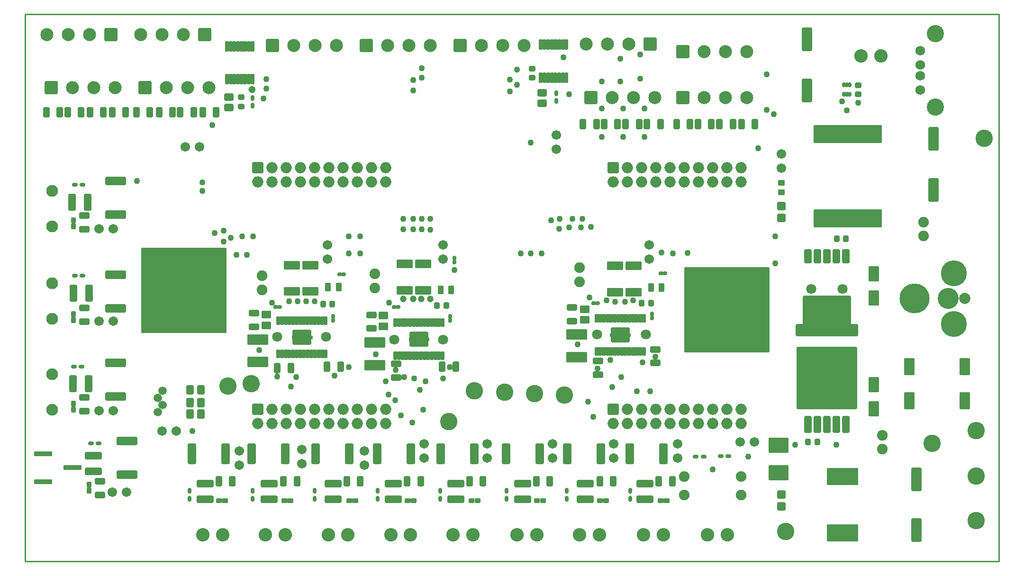
<source format=gbr>
%TF.GenerationSoftware,KiCad,Pcbnew,(6.0.8)*%
%TF.CreationDate,2022-10-30T19:23:54-04:00*%
%TF.ProjectId,Top_Level,546f705f-4c65-4766-956c-2e6b69636164,rev?*%
%TF.SameCoordinates,PX33ef500PY821a7e8*%
%TF.FileFunction,Soldermask,Top*%
%TF.FilePolarity,Negative*%
%FSLAX46Y46*%
G04 Gerber Fmt 4.6, Leading zero omitted, Abs format (unit mm)*
G04 Created by KiCad (PCBNEW (6.0.8)) date 2022-10-30 19:23:54*
%MOMM*%
%LPD*%
G01*
G04 APERTURE LIST*
G04 Aperture macros list*
%AMRoundRect*
0 Rectangle with rounded corners*
0 $1 Rounding radius*
0 $2 $3 $4 $5 $6 $7 $8 $9 X,Y pos of 4 corners*
0 Add a 4 corners polygon primitive as box body*
4,1,4,$2,$3,$4,$5,$6,$7,$8,$9,$2,$3,0*
0 Add four circle primitives for the rounded corners*
1,1,$1+$1,$2,$3*
1,1,$1+$1,$4,$5*
1,1,$1+$1,$6,$7*
1,1,$1+$1,$8,$9*
0 Add four rect primitives between the rounded corners*
20,1,$1+$1,$2,$3,$4,$5,0*
20,1,$1+$1,$4,$5,$6,$7,0*
20,1,$1+$1,$6,$7,$8,$9,0*
20,1,$1+$1,$8,$9,$2,$3,0*%
G04 Aperture macros list end*
%TA.AperFunction,Profile*%
%ADD10C,0.279400*%
%TD*%
%ADD11C,0.100000*%
%ADD12C,2.004800*%
%ADD13C,5.344800*%
%ADD14C,3.746000*%
%ADD15C,4.639800*%
%ADD16RoundRect,0.152400X-0.400000X-0.800000X0.400000X-0.800000X0.400000X0.800000X-0.400000X0.800000X0*%
%ADD17RoundRect,0.152400X0.800000X1.225000X-0.800000X1.225000X-0.800000X-1.225000X0.800000X-1.225000X0*%
%ADD18RoundRect,0.152400X0.749300X-1.955800X0.749300X1.955800X-0.749300X1.955800X-0.749300X-1.955800X0*%
%ADD19C,1.704800*%
%ADD20C,3.104800*%
%ADD21RoundRect,0.152400X1.360000X-0.510000X1.360000X0.510000X-1.360000X0.510000X-1.360000X-0.510000X0*%
%ADD22RoundRect,0.152400X-0.800000X0.400000X-0.800000X-0.400000X0.800000X-0.400000X0.800000X0.400000X0*%
%ADD23C,2.404800*%
%ADD24RoundRect,0.152400X-1.320800X0.596900X-1.320800X-0.596900X1.320800X-0.596900X1.320800X0.596900X0*%
%ADD25RoundRect,0.152400X0.225000X0.737500X-0.225000X0.737500X-0.225000X-0.737500X0.225000X-0.737500X0*%
%ADD26RoundRect,0.152400X-0.350000X-0.650000X0.350000X-0.650000X0.350000X0.650000X-0.350000X0.650000X0*%
%ADD27RoundRect,0.152400X-0.355600X-0.165100X0.355600X-0.165100X0.355600X0.165100X-0.355600X0.165100X0*%
%ADD28RoundRect,0.152400X0.785000X1.410000X-0.785000X1.410000X-0.785000X-1.410000X0.785000X-1.410000X0*%
%ADD29RoundRect,0.152400X0.165100X-0.355600X0.165100X0.355600X-0.165100X0.355600X-0.165100X-0.355600X0*%
%ADD30RoundRect,0.152400X0.355600X0.165100X-0.355600X0.165100X-0.355600X-0.165100X0.355600X-0.165100X0*%
%ADD31RoundRect,0.152400X0.700000X-0.500000X0.700000X0.500000X-0.700000X0.500000X-0.700000X-0.500000X0*%
%ADD32RoundRect,0.152400X-0.749300X1.955800X-0.749300X-1.955800X0.749300X-1.955800X0.749300X1.955800X0*%
%ADD33RoundRect,0.152400X-0.210000X-0.230000X0.210000X-0.230000X0.210000X0.230000X-0.210000X0.230000X0*%
%ADD34RoundRect,0.152400X-0.165100X0.355600X-0.165100X-0.355600X0.165100X-0.355600X0.165100X0.355600X0*%
%ADD35RoundRect,0.152400X0.150000X0.237500X-0.150000X0.237500X-0.150000X-0.237500X0.150000X-0.237500X0*%
%ADD36RoundRect,0.152400X-0.327800X-0.400000X0.327800X-0.400000X0.327800X0.400000X-0.327800X0.400000X0*%
%ADD37C,1.904800*%
%ADD38RoundRect,0.152400X1.675000X-0.625000X1.675000X0.625000X-1.675000X0.625000X-1.675000X-0.625000X0*%
%ADD39RoundRect,0.152400X0.500000X0.700000X-0.500000X0.700000X-0.500000X-0.700000X0.500000X-0.700000X0*%
%ADD40RoundRect,0.152400X-1.012500X-1.012500X1.012500X-1.012500X1.012500X1.012500X-1.012500X1.012500X0*%
%ADD41C,2.329800*%
%ADD42RoundRect,0.152400X1.012500X1.012500X-1.012500X1.012500X-1.012500X-1.012500X1.012500X-1.012500X0*%
%ADD43RoundRect,0.152400X7.500000X-7.500000X7.500000X7.500000X-7.500000X7.500000X-7.500000X-7.500000X0*%
%ADD44RoundRect,0.152400X0.850000X-0.850000X0.850000X0.850000X-0.850000X0.850000X-0.850000X-0.850000X0*%
%ADD45O,2.004800X2.004800*%
%ADD46RoundRect,0.152400X-0.400000X0.327800X-0.400000X-0.327800X0.400000X-0.327800X0.400000X0.327800X0*%
%ADD47RoundRect,0.152400X0.625000X1.675000X-0.625000X1.675000X-0.625000X-1.675000X0.625000X-1.675000X0*%
%ADD48RoundRect,0.152400X-1.750000X0.800000X-1.750000X-0.800000X1.750000X-0.800000X1.750000X0.800000X0*%
%ADD49RoundRect,0.152400X-0.375000X0.300000X-0.375000X-0.300000X0.375000X-0.300000X0.375000X0.300000X0*%
%ADD50RoundRect,0.152400X-0.800000X-1.225000X0.800000X-1.225000X0.800000X1.225000X-0.800000X1.225000X0*%
%ADD51RoundRect,0.152400X-0.600000X0.600000X-0.600000X-0.600000X0.600000X-0.600000X0.600000X0.600000X0*%
%ADD52C,1.504800*%
%ADD53RoundRect,0.152400X-0.700000X0.525000X-0.700000X-0.525000X0.700000X-0.525000X0.700000X0.525000X0*%
%ADD54RoundRect,0.152400X0.327800X0.400000X-0.327800X0.400000X-0.327800X-0.400000X0.327800X-0.400000X0*%
%ADD55RoundRect,0.152400X0.800000X-0.400000X0.800000X0.400000X-0.800000X0.400000X-0.800000X-0.400000X0*%
%ADD56O,1.904800X1.904800*%
%ADD57RoundRect,0.152400X0.230000X-0.210000X0.230000X0.210000X-0.230000X0.210000X-0.230000X-0.210000X0*%
%ADD58C,2.104800*%
%ADD59RoundRect,0.152400X-0.508000X-1.346200X0.508000X-1.346200X0.508000X1.346200X-0.508000X1.346200X0*%
%ADD60RoundRect,0.152400X-5.232400X-5.435600X5.232400X-5.435600X5.232400X5.435600X-5.232400X5.435600X0*%
%ADD61RoundRect,0.152400X0.300000X0.375000X-0.300000X0.375000X-0.300000X-0.375000X0.300000X-0.375000X0*%
%ADD62RoundRect,0.152400X-0.152400X0.635000X-0.152400X-0.635000X0.152400X-0.635000X0.152400X0.635000X0*%
%ADD63RoundRect,0.152400X-1.519999X1.170000X-1.519999X-1.170000X1.519999X-1.170000X1.519999X1.170000X0*%
%ADD64RoundRect,0.152400X-1.360000X0.510000X-1.360000X-0.510000X1.360000X-0.510000X1.360000X0.510000X0*%
%ADD65RoundRect,0.152400X0.400000X0.800000X-0.400000X0.800000X-0.400000X-0.800000X0.400000X-0.800000X0*%
%ADD66RoundRect,0.152400X-0.510000X-1.360000X0.510000X-1.360000X0.510000X1.360000X-0.510000X1.360000X0*%
%ADD67RoundRect,0.152400X0.400000X-0.327800X0.400000X0.327800X-0.400000X0.327800X-0.400000X-0.327800X0*%
%ADD68RoundRect,0.152400X-5.956300X-1.485900X5.956300X-1.485900X5.956300X1.485900X-5.956300X1.485900X0*%
%ADD69RoundRect,0.152400X0.375000X-0.300000X0.375000X0.300000X-0.375000X0.300000X-0.375000X-0.300000X0*%
%ADD70C,1.727200*%
%ADD71C,3.073400*%
%ADD72RoundRect,0.152400X-1.485900X-0.279400X1.485900X-0.279400X1.485900X0.279400X-1.485900X0.279400X0*%
%ADD73RoundRect,0.152400X-0.230000X0.210000X-0.230000X-0.210000X0.230000X-0.210000X0.230000X0.210000X0*%
%ADD74RoundRect,0.152400X-1.650000X1.225000X-1.650000X-1.225000X1.650000X-1.225000X1.650000X1.225000X0*%
%ADD75RoundRect,0.152400X0.475000X-0.375000X0.475000X0.375000X-0.475000X0.375000X-0.475000X-0.375000X0*%
%ADD76RoundRect,0.152400X0.535000X1.080000X-0.535000X1.080000X-0.535000X-1.080000X0.535000X-1.080000X0*%
%ADD77RoundRect,0.152400X5.400000X-0.955000X5.400000X0.955000X-5.400000X0.955000X-5.400000X-0.955000X0*%
%ADD78RoundRect,0.152400X4.165000X-2.540000X4.165000X2.540000X-4.165000X2.540000X-4.165000X-2.540000X0*%
%ADD79RoundRect,0.152400X2.654300X-1.397000X2.654300X1.397000X-2.654300X1.397000X-2.654300X-1.397000X0*%
%ADD80C,1.804800*%
%ADD81C,1.104800*%
%ADD82C,1.304800*%
%ADD83C,1.193800*%
G04 APERTURE END LIST*
D10*
X0Y25400D02*
X173990000Y25400D01*
X173990000Y25400D02*
X173990000Y97815400D01*
X173990000Y97815400D02*
X0Y97815400D01*
X0Y97815400D02*
X0Y25400D01*
%TO.C,IC2*%
G36*
X104783001Y40305400D02*
G01*
X104503001Y40305400D01*
X104503001Y40805400D01*
X104783001Y40805400D01*
X104783001Y40305400D01*
G37*
D11*
X104783001Y40305400D02*
X104503001Y40305400D01*
X104503001Y40805400D01*
X104783001Y40805400D01*
X104783001Y40305400D01*
G36*
X108102999Y40305400D02*
G01*
X107822999Y40305400D01*
X107822999Y40805400D01*
X108102999Y40805400D01*
X108102999Y40305400D01*
G37*
X108102999Y40305400D02*
X107822999Y40305400D01*
X107822999Y40805400D01*
X108102999Y40805400D01*
X108102999Y40305400D01*
%TO.C,IC3*%
G36*
X68838683Y39543400D02*
G01*
X68558683Y39543400D01*
X68558683Y40043400D01*
X68838683Y40043400D01*
X68838683Y39543400D01*
G37*
X68838683Y39543400D02*
X68558683Y39543400D01*
X68558683Y40043400D01*
X68838683Y40043400D01*
X68838683Y39543400D01*
G36*
X72158681Y39543400D02*
G01*
X71878681Y39543400D01*
X71878681Y40043400D01*
X72158681Y40043400D01*
X72158681Y39543400D01*
G37*
X72158681Y39543400D02*
X71878681Y39543400D01*
X71878681Y40043400D01*
X72158681Y40043400D01*
X72158681Y39543400D01*
%TO.C,IC1*%
G36*
X47946501Y39869300D02*
G01*
X47666501Y39869300D01*
X47666501Y40369300D01*
X47946501Y40369300D01*
X47946501Y39869300D01*
G37*
X47946501Y39869300D02*
X47666501Y39869300D01*
X47666501Y40369300D01*
X47946501Y40369300D01*
X47946501Y39869300D01*
G36*
X51266499Y39869300D02*
G01*
X50986499Y39869300D01*
X50986499Y40369300D01*
X51266499Y40369300D01*
X51266499Y39869300D01*
G37*
X51266499Y39869300D02*
X50986499Y39869300D01*
X50986499Y40369300D01*
X51266499Y40369300D01*
X51266499Y39869300D01*
D10*
X0Y25400D02*
X173990000Y25400D01*
X173990000Y25400D02*
X173990000Y97815400D01*
X173990000Y97815400D02*
X0Y97815400D01*
X0Y97815400D02*
X0Y25400D01*
%TO.C,IC2*%
G36*
X104783001Y40305400D02*
G01*
X104503001Y40305400D01*
X104503001Y40805400D01*
X104783001Y40805400D01*
X104783001Y40305400D01*
G37*
D11*
X104783001Y40305400D02*
X104503001Y40305400D01*
X104503001Y40805400D01*
X104783001Y40805400D01*
X104783001Y40305400D01*
G36*
X108102999Y40305400D02*
G01*
X107822999Y40305400D01*
X107822999Y40805400D01*
X108102999Y40805400D01*
X108102999Y40305400D01*
G37*
X108102999Y40305400D02*
X107822999Y40305400D01*
X107822999Y40805400D01*
X108102999Y40805400D01*
X108102999Y40305400D01*
%TO.C,IC3*%
G36*
X68838683Y39543400D02*
G01*
X68558683Y39543400D01*
X68558683Y40043400D01*
X68838683Y40043400D01*
X68838683Y39543400D01*
G37*
X68838683Y39543400D02*
X68558683Y39543400D01*
X68558683Y40043400D01*
X68838683Y40043400D01*
X68838683Y39543400D01*
G36*
X72158681Y39543400D02*
G01*
X71878681Y39543400D01*
X71878681Y40043400D01*
X72158681Y40043400D01*
X72158681Y39543400D01*
G37*
X72158681Y39543400D02*
X71878681Y39543400D01*
X71878681Y40043400D01*
X72158681Y40043400D01*
X72158681Y39543400D01*
%TO.C,IC1*%
G36*
X47946501Y39869300D02*
G01*
X47666501Y39869300D01*
X47666501Y40369300D01*
X47946501Y40369300D01*
X47946501Y39869300D01*
G37*
X47946501Y39869300D02*
X47666501Y39869300D01*
X47666501Y40369300D01*
X47946501Y40369300D01*
X47946501Y39869300D01*
G36*
X51266499Y39869300D02*
G01*
X50986499Y39869300D01*
X50986499Y40369300D01*
X51266499Y40369300D01*
X51266499Y39869300D01*
G37*
X51266499Y39869300D02*
X50986499Y39869300D01*
X50986499Y40369300D01*
X51266499Y40369300D01*
X51266499Y39869300D01*
%TD*%
D12*
%TO.C,J10*%
X167922000Y47015400D03*
D13*
X158922000Y47015400D03*
D14*
X164922000Y47015400D03*
D15*
X165922000Y51515400D03*
X165922000Y42515400D03*
%TD*%
D16*
%TO.C,R61*%
X15571904Y80300856D03*
X17971904Y80300856D03*
%TD*%
D17*
%TO.C,D3*%
X151638000Y27339400D03*
X151638000Y31639400D03*
%TD*%
D18*
%TO.C,C36*%
X139700000Y84258150D03*
X139700000Y93351350D03*
%TD*%
D19*
%TO.C,JP13*%
X105156000Y21067400D03*
X105156000Y18527400D03*
%TD*%
D20*
%TO.C,TP14*%
X171323000Y75697400D03*
%TD*%
D21*
%TO.C,C32*%
X100076000Y11175400D03*
X100076000Y13975400D03*
%TD*%
D22*
%TO.C,R11*%
X97664200Y45397600D03*
X97664200Y42997600D03*
%TD*%
D16*
%TO.C,R48*%
X102659000Y14408400D03*
X105059000Y14408400D03*
%TD*%
D23*
%TO.C,J8*%
X76482000Y4831400D03*
X79982000Y4831400D03*
%TD*%
D24*
%TO.C,R2*%
X50990500Y52959000D03*
X50990500Y48285400D03*
%TD*%
D25*
%TO.C,IC5*%
X36067779Y86214991D03*
X36717779Y86214991D03*
X37367779Y86214991D03*
X38017779Y86214991D03*
X38667779Y86214991D03*
X39317779Y86214991D03*
X39967779Y86214991D03*
X40617779Y86214991D03*
X40617779Y92090991D03*
X39967779Y92090991D03*
X39317779Y92090991D03*
X38667779Y92090991D03*
X38017779Y92090991D03*
X37367779Y92090991D03*
X36717779Y92090991D03*
X36067779Y92090991D03*
%TD*%
D16*
%TO.C,R75*%
X46172000Y14408400D03*
X48572000Y14408400D03*
%TD*%
D26*
%TO.C,R35*%
X74234682Y48564300D03*
X76134682Y48564300D03*
%TD*%
D23*
%TO.C,J9*%
X110518000Y4831400D03*
X114018000Y4831400D03*
%TD*%
D27*
%TO.C,U8*%
X11747500Y21107400D03*
X13144500Y21107400D03*
%TD*%
D28*
%TO.C,F1*%
X167901000Y34818700D03*
X157981000Y34818700D03*
X157981000Y28758700D03*
X167901000Y28758700D03*
%TD*%
D20*
%TO.C,TP4*%
X96342200Y29748800D03*
%TD*%
D23*
%TO.C,J2*%
X149380000Y90411400D03*
X152880000Y90411400D03*
%TD*%
D29*
%TO.C,U15*%
X29337000Y11244900D03*
X29337000Y12641900D03*
%TD*%
D30*
%TO.C,U2*%
X121221500Y18801400D03*
X119824500Y18801400D03*
%TD*%
D31*
%TO.C,R54*%
X92390463Y81908712D03*
X92390463Y83808712D03*
%TD*%
D32*
%TO.C,C30*%
X162306000Y75558650D03*
X162306000Y66465450D03*
%TD*%
D33*
%TO.C,C21*%
X76708000Y54203400D03*
X76708000Y53543400D03*
%TD*%
D34*
%TO.C,U14*%
X40643967Y82891067D03*
X40643967Y81494067D03*
%TD*%
D33*
%TO.C,C12*%
X111990722Y44253212D03*
X111990722Y43593212D03*
%TD*%
D19*
%TO.C,JP19*%
X71247000Y21067400D03*
X71247000Y18527400D03*
%TD*%
D35*
%TO.C,IC7*%
X146312000Y83515400D03*
X146812000Y83515400D03*
X147312000Y83515400D03*
X147312000Y85191400D03*
X146812000Y85191400D03*
X146312000Y85191400D03*
%TD*%
D26*
%TO.C,R8*%
X111802722Y49003212D03*
X113702722Y49003212D03*
%TD*%
D36*
%TO.C,C25*%
X139888200Y21361400D03*
X141543800Y21361400D03*
%TD*%
D20*
%TO.C,TP12*%
X169926000Y15265400D03*
%TD*%
D37*
%TO.C,C28*%
X153162000Y22611400D03*
X153162000Y20111400D03*
%TD*%
D38*
%TO.C,R22*%
X16129000Y45265400D03*
X16129000Y51265400D03*
%TD*%
D19*
%TO.C,JP16*%
X94869000Y73685400D03*
X94869000Y76225400D03*
%TD*%
D29*
%TO.C,U12*%
X96774000Y11244900D03*
X96774000Y12641900D03*
%TD*%
D16*
%TO.C,R62*%
X127996677Y78237400D03*
X130396677Y78237400D03*
%TD*%
D39*
%TO.C,R51*%
X31369000Y26421400D03*
X29469000Y26421400D03*
%TD*%
D40*
%TO.C,J16*%
X4640753Y84716514D03*
D41*
X8450753Y84716514D03*
X12260753Y84716514D03*
X16070753Y84716514D03*
%TD*%
D24*
%TO.C,R36*%
X71120682Y53187100D03*
X71120682Y48513500D03*
%TD*%
D42*
%TO.C,J15*%
X111694463Y92536400D03*
D41*
X107884463Y92536400D03*
X104074463Y92536400D03*
X100264463Y92536400D03*
%TD*%
D43*
%TO.C,HS1*%
X125349000Y44983400D03*
%TD*%
D27*
%TO.C,U5*%
X8864600Y67328100D03*
X10261600Y67328100D03*
%TD*%
D19*
%TO.C,JP11*%
X135128000Y72903400D03*
X135128000Y70363400D03*
%TD*%
D24*
%TO.C,R10*%
X105386722Y52864012D03*
X105386722Y48190412D03*
%TD*%
D44*
%TO.C,J5-J7*%
X105029000Y27203400D03*
D45*
X105029000Y24663400D03*
X107569000Y27203400D03*
X107569000Y24663400D03*
X110109000Y27203400D03*
X110109000Y24663400D03*
X112649000Y27203400D03*
X112649000Y24663400D03*
X115189000Y27203400D03*
X115189000Y24663400D03*
X117729000Y27203400D03*
X117729000Y24663400D03*
X120269000Y27203400D03*
X120269000Y24663400D03*
X122809000Y27203400D03*
X122809000Y24663400D03*
X125349000Y27203400D03*
X125349000Y24663400D03*
X127889000Y27203400D03*
X127889000Y24663400D03*
%TD*%
D38*
%TO.C,R31*%
X18161000Y15567400D03*
X18161000Y21567400D03*
%TD*%
D42*
%TO.C,J12*%
X15290753Y94171050D03*
D41*
X11480753Y94171050D03*
X7670753Y94171050D03*
X3860753Y94171050D03*
%TD*%
D21*
%TO.C,C16*%
X76962000Y11175400D03*
X76962000Y13975400D03*
%TD*%
D40*
%TO.C,J17*%
X117545463Y82946400D03*
D41*
X121355463Y82946400D03*
X125165463Y82946400D03*
X128975463Y82946400D03*
%TD*%
D29*
%TO.C,U3*%
X85991700Y11244900D03*
X85991700Y12641900D03*
%TD*%
D23*
%TO.C,J23*%
X54178000Y4831400D03*
X57678000Y4831400D03*
%TD*%
D38*
%TO.C,R46*%
X16129000Y29537400D03*
X16129000Y35537400D03*
%TD*%
D16*
%TO.C,R68*%
X107292463Y78237400D03*
X109692463Y78237400D03*
%TD*%
%TO.C,R63*%
X19878516Y80300856D03*
X22278516Y80300856D03*
%TD*%
D21*
%TO.C,C13*%
X88900000Y11175400D03*
X88900000Y13975400D03*
%TD*%
D46*
%TO.C,C35*%
X148844000Y85181200D03*
X148844000Y83525600D03*
%TD*%
D37*
%TO.C,C27*%
X160528000Y58211400D03*
X160528000Y60711400D03*
%TD*%
D16*
%TO.C,R72*%
X34587000Y14408400D03*
X36987000Y14408400D03*
%TD*%
D47*
%TO.C,R82*%
X57892000Y19309400D03*
X51892000Y19309400D03*
%TD*%
D44*
%TO.C,J4-J2*%
X41529000Y70383400D03*
D45*
X41529000Y67843400D03*
X44069000Y70383400D03*
X44069000Y67843400D03*
X46609000Y70383400D03*
X46609000Y67843400D03*
X49149000Y70383400D03*
X49149000Y67843400D03*
X51689000Y70383400D03*
X51689000Y67843400D03*
X54229000Y70383400D03*
X54229000Y67843400D03*
X56769000Y70383400D03*
X56769000Y67843400D03*
X59309000Y70383400D03*
X59309000Y67843400D03*
X61849000Y70383400D03*
X61849000Y67843400D03*
X64389000Y70383400D03*
X64389000Y67843400D03*
%TD*%
D27*
%TO.C,U4*%
X8864600Y51072100D03*
X10261600Y51072100D03*
%TD*%
D48*
%TO.C,C2*%
X41592500Y39668200D03*
X41592500Y35668200D03*
%TD*%
D19*
%TO.C,JP3*%
X94234000Y21067400D03*
X94234000Y18527400D03*
%TD*%
D27*
%TO.C,U11*%
X8699500Y34823400D03*
X10096500Y34823400D03*
%TD*%
D46*
%TO.C,C34*%
X38574010Y82990042D03*
X38574010Y81334442D03*
%TD*%
D44*
%TO.C,J1-J3*%
X41529000Y27203400D03*
D45*
X41529000Y24663400D03*
X44069000Y27203400D03*
X44069000Y24663400D03*
X46609000Y27203400D03*
X46609000Y24663400D03*
X49149000Y27203400D03*
X49149000Y24663400D03*
X51689000Y27203400D03*
X51689000Y24663400D03*
X54229000Y27203400D03*
X54229000Y24663400D03*
X56769000Y27203400D03*
X56769000Y24663400D03*
X59309000Y27203400D03*
X59309000Y24663400D03*
X61849000Y27203400D03*
X61849000Y24663400D03*
X64389000Y27203400D03*
X64389000Y24663400D03*
%TD*%
D49*
%TO.C,R32*%
X114624000Y10927400D03*
X113524000Y10927400D03*
%TD*%
D19*
%TO.C,JP5*%
X15728000Y59461400D03*
X13188000Y59461400D03*
%TD*%
D22*
%TO.C,R21*%
X10593000Y45321400D03*
X10593000Y42921400D03*
%TD*%
D20*
%TO.C,TP3*%
X40386000Y31806200D03*
%TD*%
D22*
%TO.C,R14*%
X112574000Y37935400D03*
X112574000Y35535400D03*
%TD*%
D50*
%TO.C,D4*%
X151638000Y51451400D03*
X151638000Y47151400D03*
%TD*%
D20*
%TO.C,TP8*%
X85648800Y30282200D03*
%TD*%
D40*
%TO.C,J3*%
X60978000Y92289400D03*
D41*
X64788000Y92289400D03*
X68598000Y92289400D03*
X72408000Y92289400D03*
%TD*%
D51*
%TO.C,D2*%
X135128000Y63559400D03*
X135128000Y61459400D03*
%TD*%
D20*
%TO.C,TP2*%
X36245800Y31349000D03*
%TD*%
D48*
%TO.C,C20*%
X62484682Y39134300D03*
X62484682Y35134300D03*
%TD*%
D16*
%TO.C,R65*%
X23922213Y80300856D03*
X26322213Y80300856D03*
%TD*%
D19*
%TO.C,JP12*%
X15728000Y26949400D03*
X13188000Y26949400D03*
%TD*%
%TO.C,JP10*%
X127782000Y21361400D03*
X130322000Y21361400D03*
%TD*%
D52*
%TO.C,LED1*%
X24511000Y30526400D03*
X23711000Y29256400D03*
X24511000Y27986400D03*
X23711000Y26716400D03*
%TD*%
D49*
%TO.C,R80*%
X58998000Y10927400D03*
X57898000Y10927400D03*
%TD*%
D38*
%TO.C,R25*%
X16129000Y62049400D03*
X16129000Y68049400D03*
%TD*%
D22*
%TO.C,R4*%
X40920600Y44381600D03*
X40920600Y41981600D03*
%TD*%
D39*
%TO.C,R50*%
X31369000Y30739400D03*
X29469000Y30739400D03*
%TD*%
D29*
%TO.C,U16*%
X40668000Y11244900D03*
X40668000Y12641900D03*
%TD*%
D40*
%TO.C,J13*%
X117545463Y91136400D03*
D41*
X121355463Y91136400D03*
X125165463Y91136400D03*
X128975463Y91136400D03*
%TD*%
D25*
%TO.C,IC6*%
X92147463Y86524712D03*
X92797463Y86524712D03*
X93447463Y86524712D03*
X94097463Y86524712D03*
X94747463Y86524712D03*
X95397463Y86524712D03*
X96047463Y86524712D03*
X96697463Y86524712D03*
X96697463Y92400712D03*
X96047463Y92400712D03*
X95397463Y92400712D03*
X94747463Y92400712D03*
X94097463Y92400712D03*
X93447463Y92400712D03*
X92797463Y92400712D03*
X92147463Y92400712D03*
%TD*%
D53*
%TO.C,R39*%
X63982600Y43977600D03*
X63982600Y42077600D03*
%TD*%
D54*
%TO.C,C5*%
X54866300Y46050200D03*
X53210700Y46050200D03*
%TD*%
D43*
%TO.C,HS2*%
X28321000Y48519400D03*
%TD*%
D19*
%TO.C,JP17*%
X38227000Y19797400D03*
X38227000Y17257400D03*
%TD*%
D20*
%TO.C,TP10*%
X169926000Y23393400D03*
%TD*%
D55*
%TO.C,R13*%
X102310000Y33449400D03*
X102310000Y35849400D03*
%TD*%
D37*
%TO.C,R16*%
X117729000Y15245400D03*
D56*
X127889000Y15245400D03*
%TD*%
D57*
%TO.C,C9*%
X113589000Y51567400D03*
X114249000Y51567400D03*
%TD*%
%TO.C,C4*%
X44818500Y45542200D03*
X45478500Y45542200D03*
%TD*%
D58*
%TO.C,S2*%
X4826000Y66275400D03*
X4826000Y59875400D03*
%TD*%
D21*
%TO.C,C39*%
X65814000Y11175400D03*
X65814000Y13975400D03*
%TD*%
D22*
%TO.C,R38*%
X61850200Y44076800D03*
X61850200Y41676800D03*
%TD*%
D21*
%TO.C,C18*%
X110772000Y11175400D03*
X110772000Y13975400D03*
%TD*%
D33*
%TO.C,C24*%
X75946682Y43814300D03*
X75946682Y43154300D03*
%TD*%
D59*
%TO.C,U10*%
X139852400Y24511000D03*
X141554200Y24511000D03*
X143256000Y24511000D03*
X144957800Y24511000D03*
X146659600Y24511000D03*
D60*
X143256000Y32791400D03*
%TD*%
D44*
%TO.C,J8-J6*%
X105029000Y70383400D03*
D45*
X105029000Y67843400D03*
X107569000Y70383400D03*
X107569000Y67843400D03*
X110109000Y70383400D03*
X110109000Y67843400D03*
X112649000Y70383400D03*
X112649000Y67843400D03*
X115189000Y70383400D03*
X115189000Y67843400D03*
X117729000Y70383400D03*
X117729000Y67843400D03*
X120269000Y70383400D03*
X120269000Y67843400D03*
X122809000Y70383400D03*
X122809000Y67843400D03*
X125349000Y70383400D03*
X125349000Y67843400D03*
X127889000Y70383400D03*
X127889000Y67843400D03*
%TD*%
D48*
%TO.C,C8*%
X98528722Y40589212D03*
X98528722Y36589212D03*
%TD*%
D37*
%TO.C,C7*%
X99036722Y50039212D03*
X99036722Y52539212D03*
%TD*%
D20*
%TO.C,TP7*%
X90982800Y30028200D03*
%TD*%
D49*
%TO.C,R17*%
X92498000Y10927400D03*
X91398000Y10927400D03*
%TD*%
D51*
%TO.C,D1*%
X135112060Y12017313D03*
X135112060Y9917313D03*
%TD*%
D16*
%TO.C,R78*%
X68270000Y14408400D03*
X70670000Y14408400D03*
%TD*%
D18*
%TO.C,C29*%
X159258000Y5638800D03*
X159258000Y14732000D03*
%TD*%
D22*
%TO.C,R30*%
X13387000Y14333400D03*
X13387000Y11933400D03*
%TD*%
D61*
%TO.C,R20*%
X8636000Y43163400D03*
X8636000Y44263400D03*
%TD*%
D47*
%TO.C,R49*%
X102822000Y19309400D03*
X96822000Y19309400D03*
%TD*%
D49*
%TO.C,R26*%
X80814000Y10927400D03*
X79714000Y10927400D03*
%TD*%
D16*
%TO.C,R64*%
X99659967Y78237400D03*
X102059967Y78237400D03*
%TD*%
D19*
%TO.C,JP1*%
X54013100Y56647400D03*
X54013100Y54107400D03*
%TD*%
%TO.C,JP7*%
X18141000Y12451400D03*
X15601000Y12451400D03*
%TD*%
D49*
%TO.C,R71*%
X35729000Y10927400D03*
X34629000Y10927400D03*
%TD*%
D19*
%TO.C,JP2*%
X111506000Y56647400D03*
X111506000Y54107400D03*
%TD*%
D62*
%TO.C,IC2*%
X110528074Y43527200D03*
X109878063Y43527200D03*
X109228051Y43527200D03*
X108578040Y43527200D03*
X107928028Y43527200D03*
X107278017Y43527200D03*
X106628006Y43527200D03*
X105977994Y43527200D03*
X105327983Y43527200D03*
X104677972Y43527200D03*
X104027960Y43527200D03*
X103377949Y43527200D03*
X102727937Y43527200D03*
X102077926Y43527200D03*
X102077926Y37583600D03*
X102727937Y37583600D03*
X103377949Y37583600D03*
X104027960Y37583600D03*
X104677972Y37583600D03*
X105327983Y37583600D03*
X105977994Y37583600D03*
X106628006Y37583600D03*
X107278017Y37583600D03*
X107928028Y37583600D03*
X108578040Y37583600D03*
X109228051Y37583600D03*
X109878063Y37583600D03*
X110528074Y37583600D03*
D63*
X106303000Y40555400D03*
%TD*%
D64*
%TO.C,C17*%
X12192000Y18951400D03*
X12192000Y16151400D03*
%TD*%
D65*
%TO.C,R6*%
X47455000Y34624400D03*
X45055000Y34624400D03*
%TD*%
D40*
%TO.C,J19*%
X101044463Y82946400D03*
D41*
X104854463Y82946400D03*
X108664463Y82946400D03*
X112474463Y82946400D03*
%TD*%
D23*
%TO.C,J11*%
X99088000Y4831400D03*
X102588000Y4831400D03*
%TD*%
D21*
%TO.C,C38*%
X43561000Y11175400D03*
X43561000Y13975400D03*
%TD*%
D47*
%TO.C,R28*%
X80216000Y19309400D03*
X74216000Y19309400D03*
%TD*%
D37*
%TO.C,C1*%
X42354500Y48610200D03*
X42354500Y51110200D03*
%TD*%
D66*
%TO.C,C31*%
X8506000Y31775400D03*
X11306000Y31775400D03*
%TD*%
D53*
%TO.C,R12*%
X99949000Y45120600D03*
X99949000Y43220600D03*
%TD*%
D67*
%TO.C,C33*%
X90551000Y86490100D03*
X90551000Y88145700D03*
%TD*%
D68*
%TO.C,L2*%
X146939000Y76390500D03*
X146939000Y61353700D03*
%TD*%
D29*
%TO.C,U18*%
X51689000Y11244900D03*
X51689000Y12641900D03*
%TD*%
D69*
%TO.C,R47*%
X102701000Y10927400D03*
X103801000Y10927400D03*
%TD*%
D42*
%TO.C,J14*%
X32063753Y94171050D03*
D41*
X28253753Y94171050D03*
X24443753Y94171050D03*
X20633753Y94171050D03*
%TD*%
D16*
%TO.C,R69*%
X31704789Y80300856D03*
X34104789Y80300856D03*
%TD*%
D22*
%TO.C,R45*%
X10593000Y29319400D03*
X10593000Y26919400D03*
%TD*%
D16*
%TO.C,R66*%
X103444361Y78237400D03*
X105844361Y78237400D03*
%TD*%
D54*
%TO.C,C23*%
X75250482Y45770300D03*
X73594882Y45770300D03*
%TD*%
D61*
%TO.C,R29*%
X11430000Y12683400D03*
X11430000Y13783400D03*
%TD*%
D20*
%TO.C,TP11*%
X169926000Y7336135D03*
%TD*%
D47*
%TO.C,R19*%
X91900000Y19309400D03*
X85900000Y19309400D03*
%TD*%
D57*
%TO.C,C10*%
X101576722Y46209212D03*
X102236722Y46209212D03*
%TD*%
D22*
%TO.C,R24*%
X10593000Y61831400D03*
X10593000Y59431400D03*
%TD*%
D47*
%TO.C,R79*%
X68913000Y19309400D03*
X62913000Y19309400D03*
%TD*%
D16*
%TO.C,R59*%
X11598225Y80300856D03*
X13998225Y80300856D03*
%TD*%
%TO.C,R18*%
X91356000Y14408400D03*
X93756000Y14408400D03*
%TD*%
D47*
%TO.C,R73*%
X35766000Y19309400D03*
X29766000Y19309400D03*
%TD*%
D65*
%TO.C,R41*%
X76919000Y34878400D03*
X74519000Y34878400D03*
%TD*%
D66*
%TO.C,C15*%
X8379000Y64267400D03*
X11179000Y64267400D03*
%TD*%
D39*
%TO.C,R52*%
X31369000Y28453400D03*
X29469000Y28453400D03*
%TD*%
D34*
%TO.C,U13*%
X94881700Y83723800D03*
X94881700Y82326800D03*
%TD*%
D24*
%TO.C,R37*%
X67818682Y53187100D03*
X67818682Y48513500D03*
%TD*%
D29*
%TO.C,U9*%
X108077000Y11244900D03*
X108077000Y12641900D03*
%TD*%
D57*
%TO.C,C22*%
X65964682Y45516300D03*
X66624682Y45516300D03*
%TD*%
D54*
%TO.C,C11*%
X111802522Y46209212D03*
X110146922Y46209212D03*
%TD*%
D58*
%TO.C,S1*%
X4826000Y49765400D03*
X4826000Y43365400D03*
%TD*%
D40*
%TO.C,J5*%
X77733000Y92289400D03*
D41*
X81543000Y92289400D03*
X85353000Y92289400D03*
X89163000Y92289400D03*
%TD*%
D37*
%TO.C,R15*%
X117729000Y11943400D03*
D56*
X127889000Y11943400D03*
%TD*%
D16*
%TO.C,R55*%
X3812141Y80300856D03*
X6212141Y80300856D03*
%TD*%
%TO.C,R57*%
X7595753Y80300856D03*
X9995753Y80300856D03*
%TD*%
D70*
%TO.C,J6*%
X159919000Y84303499D03*
X159919000Y86803499D03*
X159919000Y88803500D03*
X159919000Y91303500D03*
D71*
X162629000Y81233500D03*
X162629000Y94373499D03*
%TD*%
D58*
%TO.C,S3*%
X4826000Y33509400D03*
X4826000Y27109400D03*
%TD*%
D29*
%TO.C,U6*%
X74155300Y11244900D03*
X74155300Y12641900D03*
%TD*%
D66*
%TO.C,C14*%
X8633000Y48011400D03*
X11433000Y48011400D03*
%TD*%
D61*
%TO.C,R44*%
X8636000Y27161400D03*
X8636000Y28261400D03*
%TD*%
D47*
%TO.C,R34*%
X114026000Y19309400D03*
X108026000Y19309400D03*
%TD*%
D16*
%TO.C,R60*%
X124065520Y78237400D03*
X126465520Y78237400D03*
%TD*%
D20*
%TO.C,TP15*%
X135890000Y5359400D03*
%TD*%
D49*
%TO.C,R74*%
X47413000Y10927400D03*
X46313000Y10927400D03*
%TD*%
D19*
%TO.C,JP4*%
X15728000Y42951400D03*
X13188000Y42951400D03*
%TD*%
D16*
%TO.C,R56*%
X116400822Y78237400D03*
X118800822Y78237400D03*
%TD*%
%TO.C,R81*%
X57447000Y14408400D03*
X59847000Y14408400D03*
%TD*%
%TO.C,R70*%
X111114611Y78237400D03*
X113514611Y78237400D03*
%TD*%
D26*
%TO.C,R1*%
X54104500Y49098200D03*
X56004500Y49098200D03*
%TD*%
D72*
%TO.C,U7*%
X3225800Y19289400D03*
X8458200Y16789400D03*
X3225800Y14289400D03*
%TD*%
D65*
%TO.C,R7*%
X56345000Y34878400D03*
X53945000Y34878400D03*
%TD*%
D73*
%TO.C,C3*%
X56908500Y51384200D03*
X56248500Y51384200D03*
%TD*%
D20*
%TO.C,TP1*%
X75666600Y25024400D03*
%TD*%
D62*
%TO.C,IC3*%
X74583756Y42765200D03*
X73933745Y42765200D03*
X73283733Y42765200D03*
X72633722Y42765200D03*
X71983710Y42765200D03*
X71333699Y42765200D03*
X70683688Y42765200D03*
X70033676Y42765200D03*
X69383665Y42765200D03*
X68733654Y42765200D03*
X68083642Y42765200D03*
X67433631Y42765200D03*
X66783619Y42765200D03*
X66133608Y42765200D03*
X66133608Y36821600D03*
X66783619Y36821600D03*
X67433631Y36821600D03*
X68083642Y36821600D03*
X68733654Y36821600D03*
X69383665Y36821600D03*
X70033676Y36821600D03*
X70683688Y36821600D03*
X71333699Y36821600D03*
X71983710Y36821600D03*
X72633722Y36821600D03*
X73283733Y36821600D03*
X73933745Y36821600D03*
X74583756Y36821600D03*
D63*
X70358682Y39793400D03*
%TD*%
D24*
%TO.C,R3*%
X47688500Y52959000D03*
X47688500Y48285400D03*
%TD*%
D74*
%TO.C,R42*%
X134620000Y20763400D03*
X134620000Y15863400D03*
%TD*%
D20*
%TO.C,TP9*%
X80238600Y30561600D03*
%TD*%
D31*
%TO.C,R53*%
X36398166Y81140976D03*
X36398166Y83040976D03*
%TD*%
D21*
%TO.C,C40*%
X54991000Y11175400D03*
X54991000Y13975400D03*
%TD*%
D16*
%TO.C,R33*%
X113228000Y14408400D03*
X115628000Y14408400D03*
%TD*%
D23*
%TO.C,J20*%
X31778000Y4831400D03*
X35278000Y4831400D03*
%TD*%
D24*
%TO.C,R9*%
X108688722Y52864012D03*
X108688722Y48190412D03*
%TD*%
D19*
%TO.C,JP8*%
X116614000Y21067400D03*
X116614000Y18527400D03*
%TD*%
D21*
%TO.C,C37*%
X32131000Y11175400D03*
X32131000Y13975400D03*
%TD*%
D75*
%TO.C,R43*%
X135128000Y65977400D03*
X135128000Y67677400D03*
%TD*%
D49*
%TO.C,R77*%
X69412000Y10927400D03*
X68312000Y10927400D03*
%TD*%
D40*
%TO.C,J4*%
X44214000Y92289400D03*
D41*
X48024000Y92289400D03*
X51834000Y92289400D03*
X55644000Y92289400D03*
%TD*%
D19*
%TO.C,JP6*%
X82550000Y21067400D03*
X82550000Y18527400D03*
%TD*%
D23*
%TO.C,J22*%
X65334000Y4831400D03*
X68834000Y4831400D03*
%TD*%
D20*
%TO.C,TP13*%
X162052000Y21107400D03*
%TD*%
D76*
%TO.C,IC4*%
X146656000Y54576400D03*
X144956000Y54576400D03*
X143256000Y54576400D03*
X141556000Y54576400D03*
X139856000Y54576400D03*
D77*
X143256000Y41361400D03*
D78*
X143256000Y44856400D03*
%TD*%
D55*
%TO.C,R40*%
X66242000Y32941400D03*
X66242000Y35341400D03*
%TD*%
D23*
%TO.C,J7*%
X87912000Y4831400D03*
X91412000Y4831400D03*
%TD*%
D16*
%TO.C,R27*%
X79418000Y14408400D03*
X81818000Y14408400D03*
%TD*%
%TO.C,R67*%
X27711414Y80300856D03*
X30111414Y80300856D03*
%TD*%
D79*
%TO.C,L1*%
X146050000Y5143500D03*
X146050000Y15227300D03*
%TD*%
D19*
%TO.C,JP9*%
X74676000Y56647400D03*
X74676000Y54107400D03*
%TD*%
%TO.C,JP20*%
X60579000Y19797400D03*
X60579000Y17257400D03*
%TD*%
%TO.C,JP18*%
X49403000Y20051400D03*
X49403000Y17511400D03*
%TD*%
D27*
%TO.C,U1*%
X124269500Y18821400D03*
X125666500Y18821400D03*
%TD*%
D23*
%TO.C,J21*%
X42954000Y4831400D03*
X46454000Y4831400D03*
%TD*%
D16*
%TO.C,R58*%
X120179423Y78237400D03*
X122579423Y78237400D03*
%TD*%
D62*
%TO.C,IC1*%
X53691574Y43091100D03*
X53041563Y43091100D03*
X52391551Y43091100D03*
X51741540Y43091100D03*
X51091528Y43091100D03*
X50441517Y43091100D03*
X49791506Y43091100D03*
X49141494Y43091100D03*
X48491483Y43091100D03*
X47841472Y43091100D03*
X47191460Y43091100D03*
X46541449Y43091100D03*
X45891437Y43091100D03*
X45241426Y43091100D03*
X45241426Y37147500D03*
X45891437Y37147500D03*
X46541449Y37147500D03*
X47191460Y37147500D03*
X47841472Y37147500D03*
X48491483Y37147500D03*
X49141494Y37147500D03*
X49791506Y37147500D03*
X50441517Y37147500D03*
X51091528Y37147500D03*
X51741540Y37147500D03*
X52391551Y37147500D03*
X53041563Y37147500D03*
X53691574Y37147500D03*
D63*
X49466500Y40119300D03*
%TD*%
D29*
%TO.C,U17*%
X63020000Y11244900D03*
X63020000Y12641900D03*
%TD*%
D23*
%TO.C,J1*%
X121948000Y4831400D03*
X125448000Y4831400D03*
%TD*%
D54*
%TO.C,C26*%
X146674600Y57708800D03*
X145019000Y57708800D03*
%TD*%
D19*
%TO.C,JP14*%
X27031000Y23373400D03*
X24491000Y23373400D03*
%TD*%
D33*
%TO.C,C6*%
X55054500Y43840200D03*
X55054500Y43180200D03*
%TD*%
D61*
%TO.C,R23*%
X8636000Y59927400D03*
X8636000Y61027400D03*
%TD*%
D37*
%TO.C,C19*%
X62458600Y48920400D03*
X62458600Y51420400D03*
%TD*%
D47*
%TO.C,R76*%
X46462000Y19309400D03*
X40462000Y19309400D03*
%TD*%
D53*
%TO.C,R5*%
X43053000Y44130000D03*
X43053000Y42230000D03*
%TD*%
D19*
%TO.C,JP15*%
X28595000Y74173400D03*
X31135000Y74173400D03*
%TD*%
D40*
%TO.C,J18*%
X21417992Y84716514D03*
D41*
X25227992Y84716514D03*
X29037992Y84716514D03*
X32847992Y84716514D03*
%TD*%
D80*
X146050000Y48768000D03*
X70460282Y39699700D03*
X119710200Y39299200D03*
X125349000Y51211800D03*
X22860000Y42499600D03*
X74651282Y39699700D03*
D81*
X109321600Y30460000D03*
X76708000Y52095400D03*
D80*
X125349000Y39299200D03*
D82*
X40526204Y84380035D03*
D80*
X25603200Y45547600D03*
D81*
X148844000Y82047400D03*
D80*
X131013200Y51211800D03*
X45072300Y40157400D03*
X110873122Y40644300D03*
X128117600Y48341600D03*
X49568100Y40157400D03*
X125349000Y45217400D03*
X131013200Y45217400D03*
X140411200Y48768000D03*
X65964482Y39699700D03*
X146050000Y42849800D03*
X146050000Y35737800D03*
X28498800Y42499600D03*
D81*
X100814722Y47225212D03*
D80*
X31267400Y45547600D03*
X34163000Y48417800D03*
X25654000Y51542000D03*
D81*
X111658400Y30460000D03*
D80*
X122453400Y42347200D03*
D81*
X132461000Y87127400D03*
D80*
X131013200Y39299200D03*
X119710200Y45217400D03*
D81*
X44132500Y46304200D03*
D80*
X22860000Y54412200D03*
X34163000Y54412200D03*
X28498800Y48417800D03*
X143154400Y32867600D03*
D81*
X33401000Y78059600D03*
D80*
X22860000Y48417800D03*
X143154400Y45897800D03*
X119710200Y51211800D03*
X140411200Y35737800D03*
D81*
X122809000Y16515400D03*
D80*
X31267400Y51542000D03*
X146050000Y29819600D03*
X102186322Y40644300D03*
D81*
X65024682Y46278300D03*
X29845000Y23373400D03*
D80*
X28498800Y54412200D03*
X34163000Y42499600D03*
X122504200Y48341600D03*
X140411200Y42849800D03*
X140411200Y29819600D03*
X53759100Y40157400D03*
X106224922Y40644300D03*
D81*
X97155000Y83571400D03*
D80*
X128117600Y42347200D03*
D81*
X45008800Y33050800D03*
X55245000Y33279400D03*
X112574000Y36656400D03*
X102235000Y34549400D03*
X90297000Y74935400D03*
X130937000Y73919400D03*
X133985000Y53345400D03*
X133985000Y58171400D03*
X31623000Y67823400D03*
X19939000Y68077400D03*
X31623000Y66299400D03*
X38735000Y58171400D03*
X51752500Y46558200D03*
X40747000Y58171400D03*
X36703000Y57886600D03*
X35433000Y59187400D03*
X50228500Y46558200D03*
X35458400Y57206200D03*
X48704500Y46558200D03*
X33883600Y58730200D03*
X47180500Y46558200D03*
X37719000Y54869400D03*
X39629400Y54869400D03*
X98679000Y38867400D03*
X41783000Y37851400D03*
X62611000Y37089400D03*
X47523400Y31284900D03*
X59842400Y58171400D03*
X57785000Y34794095D03*
X59842400Y55123400D03*
X104521000Y36073400D03*
X67741800Y33025400D03*
X48387000Y33025400D03*
X69138800Y24841200D03*
X57785000Y55123400D03*
X57785000Y58171400D03*
X108651222Y46717212D03*
X99568000Y61239400D03*
X101117400Y59791600D03*
X107164722Y46463212D03*
X87884000Y87909400D03*
X99288600Y59766200D03*
X87884000Y85242400D03*
X97790000Y61239400D03*
X86563200Y84048600D03*
X105386722Y46463212D03*
X86614000Y86131400D03*
X97180400Y59715400D03*
X95504000Y61239400D03*
X95402400Y59512200D03*
X103862722Y46717212D03*
X93980000Y60985400D03*
X104851200Y31247400D03*
X106502200Y33025400D03*
X110333000Y35640400D03*
X72415400Y59359800D03*
D83*
X72390000Y46964600D03*
D81*
X72390000Y61239400D03*
X70891400Y86487000D03*
X70891400Y61239400D03*
D83*
X70764400Y46939200D03*
D81*
X70891400Y88188800D03*
X70891400Y59385200D03*
X69316600Y59385200D03*
D83*
X69342000Y46939200D03*
D81*
X69342000Y84251800D03*
X69342000Y61239400D03*
X69342000Y86055200D03*
X67564000Y61239400D03*
D83*
X67589400Y46939200D03*
D81*
X67564000Y59410600D03*
X64389000Y32263400D03*
X69469000Y32771400D03*
X67132200Y26167400D03*
X70485000Y30734000D03*
X71145400Y27183400D03*
X71501000Y32207200D03*
X100584000Y28580400D03*
X74676000Y32771400D03*
X75819000Y34803400D03*
X66167000Y34295400D03*
X144957800Y20904200D03*
X137566400Y20904200D03*
X129159000Y18801400D03*
X101473000Y25913400D03*
X43103800Y86283800D03*
X43103800Y84582000D03*
X42545000Y82809400D03*
X109855000Y90683400D03*
X110617000Y81031400D03*
X109855000Y86365400D03*
X110617000Y75951400D03*
X106299000Y89921400D03*
X106299000Y85857400D03*
X106807000Y81031400D03*
X106807000Y75951400D03*
X102997000Y75951400D03*
X102997000Y81031400D03*
X102997000Y85857400D03*
X96139000Y90175400D03*
X145923000Y82301400D03*
X132461000Y80777400D03*
X146761200Y80619600D03*
X133731000Y80015400D03*
X90322400Y55118000D03*
X88519000Y55118000D03*
X92303600Y55118000D03*
X66116200Y28829000D03*
X64897000Y29895800D03*
X113715800Y55219600D03*
X115755000Y55123400D03*
X118389400Y55168800D03*
G36*
X35129962Y11311251D02*
G01*
X35167034Y11286480D01*
X35213294Y11295683D01*
X35225965Y11308354D01*
X35227897Y11308872D01*
X35229311Y11307458D01*
X35229042Y11305829D01*
X35215086Y11284942D01*
X35203600Y11227201D01*
X35203600Y10627599D01*
X35215086Y10569858D01*
X35230812Y10546323D01*
X35230943Y10544327D01*
X35229280Y10543216D01*
X35228038Y10543549D01*
X35190966Y10568320D01*
X35144706Y10559117D01*
X35132035Y10546446D01*
X35130103Y10545928D01*
X35128689Y10547342D01*
X35128958Y10548971D01*
X35142914Y10569858D01*
X35154400Y10627599D01*
X35154400Y11227201D01*
X35142914Y11284942D01*
X35127188Y11308477D01*
X35127057Y11310473D01*
X35128720Y11311584D01*
X35129962Y11311251D01*
G37*
G36*
X58398962Y11311251D02*
G01*
X58436034Y11286480D01*
X58482294Y11295683D01*
X58494965Y11308354D01*
X58496897Y11308872D01*
X58498311Y11307458D01*
X58498042Y11305829D01*
X58484086Y11284942D01*
X58472600Y11227201D01*
X58472600Y10627599D01*
X58484086Y10569858D01*
X58499812Y10546323D01*
X58499943Y10544327D01*
X58498280Y10543216D01*
X58497038Y10543549D01*
X58459966Y10568320D01*
X58413706Y10559117D01*
X58401035Y10546446D01*
X58399103Y10545928D01*
X58397689Y10547342D01*
X58397958Y10548971D01*
X58411914Y10569858D01*
X58423400Y10627599D01*
X58423400Y11227201D01*
X58411914Y11284942D01*
X58396188Y11308477D01*
X58396057Y11310473D01*
X58397720Y11311584D01*
X58398962Y11311251D01*
G37*
G36*
X46813962Y11311251D02*
G01*
X46851034Y11286480D01*
X46897294Y11295683D01*
X46909965Y11308354D01*
X46911897Y11308872D01*
X46913311Y11307458D01*
X46913042Y11305829D01*
X46899086Y11284942D01*
X46887600Y11227201D01*
X46887600Y10627599D01*
X46899086Y10569858D01*
X46914812Y10546323D01*
X46914943Y10544327D01*
X46913280Y10543216D01*
X46912038Y10543549D01*
X46874966Y10568320D01*
X46828706Y10559117D01*
X46816035Y10546446D01*
X46814103Y10545928D01*
X46812689Y10547342D01*
X46812958Y10548971D01*
X46826914Y10569858D01*
X46838400Y10627599D01*
X46838400Y11227201D01*
X46826914Y11284942D01*
X46811188Y11308477D01*
X46811057Y11310473D01*
X46812720Y11311584D01*
X46813962Y11311251D01*
G37*
G36*
X91898962Y11311251D02*
G01*
X91936034Y11286480D01*
X91982294Y11295683D01*
X91994965Y11308354D01*
X91996897Y11308872D01*
X91998311Y11307458D01*
X91998042Y11305829D01*
X91984086Y11284942D01*
X91972600Y11227201D01*
X91972600Y10627599D01*
X91984086Y10569858D01*
X91999812Y10546323D01*
X91999943Y10544327D01*
X91998280Y10543216D01*
X91997038Y10543549D01*
X91959966Y10568320D01*
X91913706Y10559117D01*
X91901035Y10546446D01*
X91899103Y10545928D01*
X91897689Y10547342D01*
X91897958Y10548971D01*
X91911914Y10569858D01*
X91923400Y10627599D01*
X91923400Y11227201D01*
X91911914Y11284942D01*
X91896188Y11308477D01*
X91896057Y11310473D01*
X91897720Y11311584D01*
X91898962Y11311251D01*
G37*
G36*
X68812962Y11311251D02*
G01*
X68850034Y11286480D01*
X68896294Y11295683D01*
X68908965Y11308354D01*
X68910897Y11308872D01*
X68912311Y11307458D01*
X68912042Y11305829D01*
X68898086Y11284942D01*
X68886600Y11227201D01*
X68886600Y10627599D01*
X68898086Y10569858D01*
X68913812Y10546323D01*
X68913943Y10544327D01*
X68912280Y10543216D01*
X68911038Y10543549D01*
X68873966Y10568320D01*
X68827706Y10559117D01*
X68815035Y10546446D01*
X68813103Y10545928D01*
X68811689Y10547342D01*
X68811958Y10548971D01*
X68825914Y10569858D01*
X68837400Y10627599D01*
X68837400Y11227201D01*
X68825914Y11284942D01*
X68810188Y11308477D01*
X68810057Y11310473D01*
X68811720Y11311584D01*
X68812962Y11311251D01*
G37*
G36*
X103201962Y11311251D02*
G01*
X103239034Y11286480D01*
X103285294Y11295683D01*
X103297965Y11308354D01*
X103299897Y11308872D01*
X103301311Y11307458D01*
X103301042Y11305829D01*
X103287086Y11284942D01*
X103275600Y11227201D01*
X103275600Y10627599D01*
X103287086Y10569858D01*
X103302812Y10546323D01*
X103302943Y10544327D01*
X103301280Y10543216D01*
X103300038Y10543549D01*
X103262966Y10568320D01*
X103216706Y10559117D01*
X103204035Y10546446D01*
X103202103Y10545928D01*
X103200689Y10547342D01*
X103200958Y10548971D01*
X103214914Y10569858D01*
X103226400Y10627599D01*
X103226400Y11227201D01*
X103214914Y11284942D01*
X103199188Y11308477D01*
X103199057Y11310473D01*
X103200720Y11311584D01*
X103201962Y11311251D01*
G37*
G36*
X114024962Y11311251D02*
G01*
X114062034Y11286480D01*
X114108294Y11295683D01*
X114120965Y11308354D01*
X114122897Y11308872D01*
X114124311Y11307458D01*
X114124042Y11305829D01*
X114110086Y11284942D01*
X114098600Y11227201D01*
X114098600Y10627599D01*
X114110086Y10569858D01*
X114125812Y10546323D01*
X114125943Y10544327D01*
X114124280Y10543216D01*
X114123038Y10543549D01*
X114085966Y10568320D01*
X114039706Y10559117D01*
X114027035Y10546446D01*
X114025103Y10545928D01*
X114023689Y10547342D01*
X114023958Y10548971D01*
X114037914Y10569858D01*
X114049400Y10627599D01*
X114049400Y11227201D01*
X114037914Y11284942D01*
X114022188Y11308477D01*
X114022057Y11310473D01*
X114023720Y11311584D01*
X114024962Y11311251D01*
G37*
G36*
X80214962Y11311251D02*
G01*
X80252034Y11286480D01*
X80298294Y11295683D01*
X80310965Y11308354D01*
X80312897Y11308872D01*
X80314311Y11307458D01*
X80314042Y11305829D01*
X80300086Y11284942D01*
X80288600Y11227201D01*
X80288600Y10627599D01*
X80300086Y10569858D01*
X80315812Y10546323D01*
X80315943Y10544327D01*
X80314280Y10543216D01*
X80313038Y10543549D01*
X80275966Y10568320D01*
X80229706Y10559117D01*
X80217035Y10546446D01*
X80215103Y10545928D01*
X80213689Y10547342D01*
X80213958Y10548971D01*
X80227914Y10569858D01*
X80239400Y10627599D01*
X80239400Y11227201D01*
X80227914Y11284942D01*
X80212188Y11308477D01*
X80212057Y11310473D01*
X80213720Y11311584D01*
X80214962Y11311251D01*
G37*
G36*
X11814184Y13283680D02*
G01*
X11813851Y13282438D01*
X11789080Y13245366D01*
X11798283Y13199106D01*
X11810954Y13186435D01*
X11811472Y13184503D01*
X11810058Y13183089D01*
X11808429Y13183358D01*
X11787542Y13197314D01*
X11729801Y13208800D01*
X11130199Y13208800D01*
X11072458Y13197314D01*
X11048923Y13181588D01*
X11046927Y13181457D01*
X11045816Y13183120D01*
X11046149Y13184362D01*
X11070920Y13221434D01*
X11061717Y13267694D01*
X11049046Y13280365D01*
X11048528Y13282297D01*
X11049942Y13283711D01*
X11051571Y13283442D01*
X11072458Y13269486D01*
X11130199Y13258000D01*
X11729801Y13258000D01*
X11787542Y13269486D01*
X11811077Y13285212D01*
X11813073Y13285343D01*
X11814184Y13283680D01*
G37*
G36*
X23903842Y27549415D02*
G01*
X23916476Y27528554D01*
X24032684Y27408218D01*
X24172667Y27316615D01*
X24329469Y27258301D01*
X24380823Y27251449D01*
X24382408Y27250229D01*
X24382144Y27248247D01*
X24381073Y27247534D01*
X24335907Y27235517D01*
X24312338Y27194857D01*
X24321019Y27154708D01*
X24320407Y27152803D01*
X24318453Y27152381D01*
X24317368Y27153225D01*
X24299073Y27182503D01*
X24181199Y27301203D01*
X24039945Y27390845D01*
X23882352Y27446961D01*
X23840798Y27451916D01*
X23839197Y27453114D01*
X23839434Y27455100D01*
X23840494Y27455827D01*
X23885488Y27468475D01*
X23908496Y27509475D01*
X23900176Y27547956D01*
X23900788Y27549861D01*
X23902742Y27550283D01*
X23903842Y27549415D01*
G37*
G36*
X9020184Y27761680D02*
G01*
X9019851Y27760438D01*
X8995080Y27723366D01*
X9004283Y27677106D01*
X9016954Y27664435D01*
X9017472Y27662503D01*
X9016058Y27661089D01*
X9014429Y27661358D01*
X8993542Y27675314D01*
X8935801Y27686800D01*
X8336199Y27686800D01*
X8278458Y27675314D01*
X8254923Y27659588D01*
X8252927Y27659457D01*
X8251816Y27661120D01*
X8252149Y27662362D01*
X8276920Y27699434D01*
X8267717Y27745694D01*
X8255046Y27758365D01*
X8254528Y27760297D01*
X8255942Y27761711D01*
X8257571Y27761442D01*
X8278458Y27747486D01*
X8336199Y27736000D01*
X8935801Y27736000D01*
X8993542Y27747486D01*
X9017077Y27763212D01*
X9019073Y27763343D01*
X9020184Y27761680D01*
G37*
G36*
X24321387Y28822157D02*
G01*
X24321559Y28820883D01*
X24312561Y28775019D01*
X24338773Y28736010D01*
X24378665Y28726212D01*
X24380109Y28724828D01*
X24379632Y28722886D01*
X24378397Y28722281D01*
X24349865Y28719282D01*
X24191500Y28665371D01*
X24049016Y28577714D01*
X23929491Y28460667D01*
X23903450Y28420260D01*
X23901671Y28419345D01*
X23899990Y28420429D01*
X23899801Y28421701D01*
X23908158Y28467684D01*
X23881394Y28506336D01*
X23843157Y28515728D01*
X23841713Y28517112D01*
X23842190Y28519054D01*
X23843453Y28519662D01*
X23861888Y28521340D01*
X24020988Y28573034D01*
X24164685Y28658695D01*
X24285828Y28774058D01*
X24317930Y28822375D01*
X24319722Y28823264D01*
X24321387Y28822157D01*
G37*
G36*
X23903842Y30089415D02*
G01*
X23916476Y30068554D01*
X24032684Y29948218D01*
X24172667Y29856615D01*
X24329469Y29798301D01*
X24380823Y29791449D01*
X24382408Y29790229D01*
X24382144Y29788247D01*
X24381073Y29787534D01*
X24335907Y29775517D01*
X24312338Y29734857D01*
X24321019Y29694708D01*
X24320407Y29692803D01*
X24318453Y29692381D01*
X24317368Y29693225D01*
X24299073Y29722503D01*
X24181199Y29841203D01*
X24039945Y29930845D01*
X23882352Y29986961D01*
X23840798Y29991916D01*
X23839197Y29993114D01*
X23839434Y29995100D01*
X23840494Y29995827D01*
X23885488Y30008475D01*
X23908496Y30049475D01*
X23900176Y30087956D01*
X23900788Y30089861D01*
X23902742Y30090283D01*
X23903842Y30089415D01*
G37*
G36*
X67196383Y32987683D02*
G01*
X67210172Y32882950D01*
X67265154Y32750210D01*
X67339551Y32653254D01*
X67339812Y32651271D01*
X67338225Y32650053D01*
X67336618Y32650557D01*
X67322640Y32663276D01*
X67322326Y32663639D01*
X67309166Y32683223D01*
X67269707Y32709439D01*
X67223690Y32700161D01*
X67197531Y32660787D01*
X67196391Y32649060D01*
X67195228Y32647432D01*
X67193237Y32647626D01*
X67192400Y32649253D01*
X67192400Y32987422D01*
X67193400Y32989154D01*
X67195400Y32989154D01*
X67196383Y32987683D01*
G37*
G36*
X67343359Y33403621D02*
G01*
X67342983Y33402018D01*
X67265154Y33300590D01*
X67210172Y33167850D01*
X67196383Y33063117D01*
X67195165Y33061530D01*
X67193182Y33061791D01*
X67192400Y33063378D01*
X67192400Y33341201D01*
X67186307Y33371831D01*
X67186950Y33373725D01*
X67188912Y33374115D01*
X67189932Y33373332D01*
X67214701Y33336263D01*
X67260757Y33327102D01*
X67299315Y33352213D01*
X67329996Y33395869D01*
X67330317Y33396226D01*
X67340081Y33404743D01*
X67342044Y33405128D01*
X67343359Y33403621D01*
G37*
G36*
X45263902Y33673000D02*
G01*
X45263902Y33671000D01*
X45262935Y33670152D01*
X45218802Y33651872D01*
X45200838Y33608502D01*
X45218906Y33564880D01*
X45233525Y33554083D01*
X45245792Y33547588D01*
X45246855Y33545893D01*
X45245919Y33544126D01*
X45244091Y33543972D01*
X45151250Y33582428D01*
X45008800Y33601183D01*
X44866350Y33582428D01*
X44775841Y33544938D01*
X44773858Y33545199D01*
X44773093Y33547047D01*
X44774159Y33548563D01*
X44784051Y33553669D01*
X44814630Y33589854D01*
X44810701Y33636632D01*
X44774642Y33667104D01*
X44755891Y33670024D01*
X44754334Y33671278D01*
X44754641Y33673255D01*
X44756199Y33674000D01*
X45262170Y33674000D01*
X45263902Y33673000D01*
G37*
G36*
X101882098Y34132385D02*
G01*
X101959810Y34072754D01*
X102092550Y34017772D01*
X102198802Y34003783D01*
X102200389Y34002565D01*
X102200128Y34000582D01*
X102198541Y33999800D01*
X101858514Y33999800D01*
X101856782Y34000800D01*
X101856782Y34002800D01*
X101857749Y34003648D01*
X101901882Y34021928D01*
X101919836Y34065273D01*
X101899589Y34111069D01*
X101879534Y34129319D01*
X101878926Y34131224D01*
X101880272Y34132703D01*
X101882098Y34132385D01*
G37*
G36*
X102585775Y34126970D02*
G01*
X102585091Y34125188D01*
X102570025Y34112321D01*
X102548518Y34070111D01*
X102563024Y34025466D01*
X102605199Y34003977D01*
X102609742Y34003798D01*
X102611433Y34002731D01*
X102611354Y34000733D01*
X102609663Y33999800D01*
X102271459Y33999800D01*
X102269727Y34000800D01*
X102269727Y34002800D01*
X102271198Y34003783D01*
X102377450Y34017772D01*
X102510190Y34072754D01*
X102582574Y34128296D01*
X102584557Y34128557D01*
X102585775Y34126970D01*
G37*
G36*
X76367818Y34768528D02*
G01*
X76368600Y34766941D01*
X76368600Y34429295D01*
X76367600Y34427563D01*
X76365600Y34427563D01*
X76364752Y34428530D01*
X76346472Y34472663D01*
X76303102Y34490627D01*
X76259412Y34472531D01*
X76253112Y34465114D01*
X76226902Y34428640D01*
X76226577Y34428286D01*
X76218982Y34421799D01*
X76217015Y34421435D01*
X76215716Y34422955D01*
X76216096Y34424538D01*
X76295646Y34528210D01*
X76350628Y34660950D01*
X76364617Y34767202D01*
X76365835Y34768789D01*
X76367818Y34768528D01*
G37*
G36*
X76222453Y35180490D02*
G01*
X76234342Y35169897D01*
X76234660Y35169537D01*
X76252192Y35144027D01*
X76291923Y35118225D01*
X76337841Y35127985D01*
X76363590Y35167634D01*
X76364608Y35178716D01*
X76365763Y35180349D01*
X76367754Y35180166D01*
X76368600Y35178533D01*
X76368600Y34839859D01*
X76367600Y34838127D01*
X76365600Y34838127D01*
X76364617Y34839598D01*
X76350628Y34945850D01*
X76295646Y35078590D01*
X76219536Y35177779D01*
X76219275Y35179762D01*
X76220862Y35180980D01*
X76222453Y35180490D01*
G37*
G36*
X112221095Y36239387D02*
G01*
X112298810Y36179754D01*
X112431550Y36124772D01*
X112574000Y36106017D01*
X112716450Y36124772D01*
X112849190Y36179754D01*
X112921575Y36235297D01*
X112923558Y36235558D01*
X112924776Y36233971D01*
X112924092Y36232189D01*
X112884437Y36198321D01*
X112862930Y36156111D01*
X112877436Y36111466D01*
X112919611Y36089977D01*
X112924154Y36089798D01*
X112925845Y36088731D01*
X112925766Y36086733D01*
X112924075Y36085800D01*
X112222869Y36085800D01*
X112221137Y36086800D01*
X112221137Y36088800D01*
X112222104Y36089648D01*
X112266237Y36107928D01*
X112284201Y36151298D01*
X112266131Y36194925D01*
X112254459Y36203640D01*
X112254310Y36203764D01*
X112218531Y36236321D01*
X112217923Y36238226D01*
X112219269Y36239705D01*
X112221095Y36239387D01*
G37*
G36*
X67709599Y37544034D02*
G01*
X67746671Y37519263D01*
X67792931Y37528466D01*
X67805599Y37541134D01*
X67807531Y37541652D01*
X67808945Y37540238D01*
X67808676Y37538609D01*
X67792328Y37514142D01*
X67780842Y37456401D01*
X67780842Y36186799D01*
X67792328Y36129058D01*
X67810447Y36101940D01*
X67810578Y36099944D01*
X67808915Y36098833D01*
X67807673Y36099166D01*
X67770604Y36123937D01*
X67724344Y36114735D01*
X67711672Y36102063D01*
X67709740Y36101545D01*
X67708326Y36102959D01*
X67708595Y36104588D01*
X67724945Y36129058D01*
X67736431Y36186799D01*
X67736431Y37456401D01*
X67724945Y37514142D01*
X67706825Y37541260D01*
X67706694Y37543256D01*
X67708357Y37544367D01*
X67709599Y37544034D01*
G37*
G36*
X70309644Y37544034D02*
G01*
X70346716Y37519263D01*
X70392976Y37528466D01*
X70405647Y37541137D01*
X70407579Y37541655D01*
X70408993Y37540241D01*
X70408724Y37538612D01*
X70392374Y37514142D01*
X70380888Y37456401D01*
X70380888Y36186799D01*
X70392374Y36129058D01*
X70410494Y36101940D01*
X70410625Y36099944D01*
X70408962Y36098833D01*
X70407720Y36099166D01*
X70370648Y36123937D01*
X70324388Y36114734D01*
X70311717Y36102063D01*
X70309785Y36101545D01*
X70308371Y36102959D01*
X70308640Y36104588D01*
X70324990Y36129058D01*
X70336476Y36186799D01*
X70336476Y37456401D01*
X70324990Y37514142D01*
X70306870Y37541260D01*
X70306739Y37543256D01*
X70308402Y37544367D01*
X70309644Y37544034D01*
G37*
G36*
X74209713Y37544034D02*
G01*
X74246785Y37519263D01*
X74293045Y37528466D01*
X74305713Y37541134D01*
X74307645Y37541652D01*
X74309059Y37540238D01*
X74308790Y37538609D01*
X74292442Y37514142D01*
X74280956Y37456401D01*
X74280956Y36186799D01*
X74292442Y36129058D01*
X74310561Y36101940D01*
X74310692Y36099944D01*
X74309029Y36098833D01*
X74307787Y36099166D01*
X74270718Y36123937D01*
X74224458Y36114735D01*
X74211786Y36102063D01*
X74209854Y36101545D01*
X74208440Y36102959D01*
X74208709Y36104588D01*
X74225059Y36129058D01*
X74236545Y36186799D01*
X74236545Y37456401D01*
X74225059Y37514142D01*
X74206939Y37541260D01*
X74206808Y37543256D01*
X74208471Y37544367D01*
X74209713Y37544034D01*
G37*
G36*
X69659633Y37544034D02*
G01*
X69696705Y37519263D01*
X69742965Y37528466D01*
X69755633Y37541134D01*
X69757565Y37541652D01*
X69758979Y37540238D01*
X69758710Y37538609D01*
X69742362Y37514142D01*
X69730876Y37456401D01*
X69730876Y36186799D01*
X69742362Y36129058D01*
X69760481Y36101940D01*
X69760612Y36099944D01*
X69758949Y36098833D01*
X69757707Y36099166D01*
X69720638Y36123937D01*
X69674378Y36114735D01*
X69661706Y36102063D01*
X69659774Y36101545D01*
X69658360Y36102959D01*
X69658629Y36104588D01*
X69674979Y36129058D01*
X69686465Y36186799D01*
X69686465Y37456401D01*
X69674979Y37514142D01*
X69656859Y37541260D01*
X69656728Y37543256D01*
X69658391Y37544367D01*
X69659633Y37544034D01*
G37*
G36*
X68359610Y37544034D02*
G01*
X68396682Y37519263D01*
X68442942Y37528466D01*
X68455613Y37541137D01*
X68457545Y37541655D01*
X68458959Y37540241D01*
X68458690Y37538612D01*
X68442340Y37514142D01*
X68430854Y37456401D01*
X68430854Y36186799D01*
X68442340Y36129058D01*
X68460460Y36101940D01*
X68460591Y36099944D01*
X68458928Y36098833D01*
X68457686Y36099166D01*
X68420614Y36123937D01*
X68374354Y36114734D01*
X68361683Y36102063D01*
X68359751Y36101545D01*
X68358337Y36102959D01*
X68358606Y36104588D01*
X68374956Y36129058D01*
X68386442Y36186799D01*
X68386442Y37456401D01*
X68374956Y37514142D01*
X68356836Y37541260D01*
X68356705Y37543256D01*
X68358368Y37544367D01*
X68359610Y37544034D01*
G37*
G36*
X66409576Y37544034D02*
G01*
X66446648Y37519263D01*
X66492908Y37528466D01*
X66505576Y37541134D01*
X66507508Y37541652D01*
X66508922Y37540238D01*
X66508653Y37538609D01*
X66492305Y37514142D01*
X66480819Y37456401D01*
X66480819Y36186799D01*
X66492305Y36129058D01*
X66510424Y36101940D01*
X66510555Y36099944D01*
X66508892Y36098833D01*
X66507650Y36099166D01*
X66470581Y36123937D01*
X66424321Y36114735D01*
X66411649Y36102063D01*
X66409717Y36101545D01*
X66408303Y36102959D01*
X66408572Y36104588D01*
X66424922Y36129058D01*
X66436408Y36186799D01*
X66436408Y37456401D01*
X66424922Y37514142D01*
X66406802Y37541260D01*
X66406671Y37543256D01*
X66408334Y37544367D01*
X66409576Y37544034D01*
G37*
G36*
X67059587Y37544034D02*
G01*
X67096659Y37519263D01*
X67142919Y37528466D01*
X67155590Y37541137D01*
X67157522Y37541655D01*
X67158936Y37540241D01*
X67158667Y37538612D01*
X67142317Y37514142D01*
X67130831Y37456401D01*
X67130831Y36186799D01*
X67142317Y36129058D01*
X67160437Y36101940D01*
X67160568Y36099944D01*
X67158905Y36098833D01*
X67157663Y36099166D01*
X67120591Y36123937D01*
X67074331Y36114734D01*
X67061660Y36102063D01*
X67059728Y36101545D01*
X67058314Y36102959D01*
X67058583Y36104588D01*
X67074933Y36129058D01*
X67086419Y36186799D01*
X67086419Y37456401D01*
X67074933Y37514142D01*
X67056813Y37541260D01*
X67056682Y37543256D01*
X67058345Y37544367D01*
X67059587Y37544034D01*
G37*
G36*
X70959656Y37544034D02*
G01*
X70996728Y37519263D01*
X71042988Y37528466D01*
X71055656Y37541134D01*
X71057588Y37541652D01*
X71059002Y37540238D01*
X71058733Y37538609D01*
X71042385Y37514142D01*
X71030899Y37456401D01*
X71030899Y36186799D01*
X71042385Y36129058D01*
X71060504Y36101940D01*
X71060635Y36099944D01*
X71058972Y36098833D01*
X71057730Y36099166D01*
X71020661Y36123937D01*
X70974401Y36114735D01*
X70961729Y36102063D01*
X70959797Y36101545D01*
X70958383Y36102959D01*
X70958652Y36104588D01*
X70975002Y36129058D01*
X70986488Y36186799D01*
X70986488Y37456401D01*
X70975002Y37514142D01*
X70956882Y37541260D01*
X70956751Y37543256D01*
X70958414Y37544367D01*
X70959656Y37544034D01*
G37*
G36*
X71609667Y37544034D02*
G01*
X71646739Y37519263D01*
X71692999Y37528466D01*
X71705667Y37541134D01*
X71707599Y37541652D01*
X71709013Y37540238D01*
X71708744Y37538609D01*
X71692396Y37514142D01*
X71680910Y37456401D01*
X71680910Y36186799D01*
X71692396Y36129058D01*
X71710515Y36101940D01*
X71710646Y36099944D01*
X71708983Y36098833D01*
X71707741Y36099166D01*
X71670672Y36123937D01*
X71624412Y36114735D01*
X71611740Y36102063D01*
X71609808Y36101545D01*
X71608394Y36102959D01*
X71608663Y36104588D01*
X71625013Y36129058D01*
X71636499Y36186799D01*
X71636499Y37456401D01*
X71625013Y37514142D01*
X71606893Y37541260D01*
X71606762Y37543256D01*
X71608425Y37544367D01*
X71609667Y37544034D01*
G37*
G36*
X69009622Y37544034D02*
G01*
X69046694Y37519263D01*
X69092954Y37528466D01*
X69105622Y37541134D01*
X69107554Y37541652D01*
X69108968Y37540238D01*
X69108699Y37538609D01*
X69092351Y37514142D01*
X69080865Y37456401D01*
X69080865Y36186799D01*
X69092351Y36129058D01*
X69110470Y36101940D01*
X69110601Y36099944D01*
X69108938Y36098833D01*
X69107696Y36099166D01*
X69070627Y36123937D01*
X69024367Y36114735D01*
X69011695Y36102063D01*
X69009763Y36101545D01*
X69008349Y36102959D01*
X69008618Y36104588D01*
X69024968Y36129058D01*
X69036454Y36186799D01*
X69036454Y37456401D01*
X69024968Y37514142D01*
X69006848Y37541260D01*
X69006717Y37543256D01*
X69008380Y37544367D01*
X69009622Y37544034D01*
G37*
G36*
X73559701Y37544034D02*
G01*
X73596773Y37519263D01*
X73643033Y37528466D01*
X73655704Y37541137D01*
X73657636Y37541655D01*
X73659050Y37540241D01*
X73658781Y37538612D01*
X73642431Y37514142D01*
X73630945Y37456401D01*
X73630945Y36186799D01*
X73642431Y36129058D01*
X73660551Y36101940D01*
X73660682Y36099944D01*
X73659019Y36098833D01*
X73657777Y36099166D01*
X73620705Y36123937D01*
X73574445Y36114734D01*
X73561774Y36102063D01*
X73559842Y36101545D01*
X73558428Y36102959D01*
X73558697Y36104588D01*
X73575047Y36129058D01*
X73586533Y36186799D01*
X73586533Y37456401D01*
X73575047Y37514142D01*
X73556927Y37541260D01*
X73556796Y37543256D01*
X73558459Y37544367D01*
X73559701Y37544034D01*
G37*
G36*
X72259678Y37544034D02*
G01*
X72296750Y37519263D01*
X72343010Y37528466D01*
X72355681Y37541137D01*
X72357613Y37541655D01*
X72359027Y37540241D01*
X72358758Y37538612D01*
X72342408Y37514142D01*
X72330922Y37456401D01*
X72330922Y36186799D01*
X72342408Y36129058D01*
X72360528Y36101940D01*
X72360659Y36099944D01*
X72358996Y36098833D01*
X72357754Y36099166D01*
X72320682Y36123937D01*
X72274422Y36114734D01*
X72261751Y36102063D01*
X72259819Y36101545D01*
X72258405Y36102959D01*
X72258674Y36104588D01*
X72275024Y36129058D01*
X72286510Y36186799D01*
X72286510Y37456401D01*
X72275024Y37514142D01*
X72256904Y37541260D01*
X72256773Y37543256D01*
X72258436Y37544367D01*
X72259678Y37544034D01*
G37*
G36*
X72909690Y37544034D02*
G01*
X72946762Y37519263D01*
X72993022Y37528466D01*
X73005690Y37541134D01*
X73007622Y37541652D01*
X73009036Y37540238D01*
X73008767Y37538609D01*
X72992419Y37514142D01*
X72980933Y37456401D01*
X72980933Y36186799D01*
X72992419Y36129058D01*
X73010538Y36101940D01*
X73010669Y36099944D01*
X73009006Y36098833D01*
X73007764Y36099166D01*
X72970695Y36123937D01*
X72924435Y36114735D01*
X72911763Y36102063D01*
X72909831Y36101545D01*
X72908417Y36102959D01*
X72908686Y36104588D01*
X72925036Y36129058D01*
X72936522Y36186799D01*
X72936522Y37456401D01*
X72925036Y37514142D01*
X72906916Y37541260D01*
X72906785Y37543256D01*
X72908448Y37544367D01*
X72909690Y37544034D01*
G37*
G36*
X47467428Y37869934D02*
G01*
X47504500Y37845163D01*
X47550760Y37854366D01*
X47563431Y37867037D01*
X47565363Y37867555D01*
X47566777Y37866141D01*
X47566508Y37864512D01*
X47550158Y37840042D01*
X47538672Y37782301D01*
X47538672Y36512699D01*
X47550158Y36454958D01*
X47568278Y36427840D01*
X47568409Y36425844D01*
X47566746Y36424733D01*
X47565504Y36425066D01*
X47528432Y36449837D01*
X47482172Y36440634D01*
X47469501Y36427963D01*
X47467569Y36427445D01*
X47466155Y36428859D01*
X47466424Y36430488D01*
X47482774Y36454958D01*
X47494260Y36512699D01*
X47494260Y37782301D01*
X47482774Y37840042D01*
X47464654Y37867160D01*
X47464523Y37869156D01*
X47466186Y37870267D01*
X47467428Y37869934D01*
G37*
G36*
X50067474Y37869934D02*
G01*
X50104546Y37845163D01*
X50150806Y37854366D01*
X50163474Y37867034D01*
X50165406Y37867552D01*
X50166820Y37866138D01*
X50166551Y37864509D01*
X50150203Y37840042D01*
X50138717Y37782301D01*
X50138717Y36512699D01*
X50150203Y36454958D01*
X50168322Y36427840D01*
X50168453Y36425844D01*
X50166790Y36424733D01*
X50165548Y36425066D01*
X50128479Y36449837D01*
X50082219Y36440635D01*
X50069547Y36427963D01*
X50067615Y36427445D01*
X50066201Y36428859D01*
X50066470Y36430488D01*
X50082820Y36454958D01*
X50094306Y36512699D01*
X50094306Y37782301D01*
X50082820Y37840042D01*
X50064700Y37867160D01*
X50064569Y37869156D01*
X50066232Y37870267D01*
X50067474Y37869934D01*
G37*
G36*
X50717485Y37869934D02*
G01*
X50754557Y37845163D01*
X50800817Y37854366D01*
X50813485Y37867034D01*
X50815417Y37867552D01*
X50816831Y37866138D01*
X50816562Y37864509D01*
X50800214Y37840042D01*
X50788728Y37782301D01*
X50788728Y36512699D01*
X50800214Y36454958D01*
X50818333Y36427840D01*
X50818464Y36425844D01*
X50816801Y36424733D01*
X50815559Y36425066D01*
X50778490Y36449837D01*
X50732230Y36440635D01*
X50719558Y36427963D01*
X50717626Y36427445D01*
X50716212Y36428859D01*
X50716481Y36430488D01*
X50732831Y36454958D01*
X50744317Y36512699D01*
X50744317Y37782301D01*
X50732831Y37840042D01*
X50714711Y37867160D01*
X50714580Y37869156D01*
X50716243Y37870267D01*
X50717485Y37869934D01*
G37*
G36*
X49417462Y37869934D02*
G01*
X49454534Y37845163D01*
X49500794Y37854366D01*
X49513465Y37867037D01*
X49515397Y37867555D01*
X49516811Y37866141D01*
X49516542Y37864512D01*
X49500192Y37840042D01*
X49488706Y37782301D01*
X49488706Y36512699D01*
X49500192Y36454958D01*
X49518312Y36427840D01*
X49518443Y36425844D01*
X49516780Y36424733D01*
X49515538Y36425066D01*
X49478466Y36449837D01*
X49432206Y36440634D01*
X49419535Y36427963D01*
X49417603Y36427445D01*
X49416189Y36428859D01*
X49416458Y36430488D01*
X49432808Y36454958D01*
X49444294Y36512699D01*
X49444294Y37782301D01*
X49432808Y37840042D01*
X49414688Y37867160D01*
X49414557Y37869156D01*
X49416220Y37870267D01*
X49417462Y37869934D01*
G37*
G36*
X51367496Y37869934D02*
G01*
X51404568Y37845163D01*
X51450828Y37854366D01*
X51463499Y37867037D01*
X51465431Y37867555D01*
X51466845Y37866141D01*
X51466576Y37864512D01*
X51450226Y37840042D01*
X51438740Y37782301D01*
X51438740Y36512699D01*
X51450226Y36454958D01*
X51468346Y36427840D01*
X51468477Y36425844D01*
X51466814Y36424733D01*
X51465572Y36425066D01*
X51428500Y36449837D01*
X51382240Y36440634D01*
X51369569Y36427963D01*
X51367637Y36427445D01*
X51366223Y36428859D01*
X51366492Y36430488D01*
X51382842Y36454958D01*
X51394328Y36512699D01*
X51394328Y37782301D01*
X51382842Y37840042D01*
X51364722Y37867160D01*
X51364591Y37869156D01*
X51366254Y37870267D01*
X51367496Y37869934D01*
G37*
G36*
X52017508Y37869934D02*
G01*
X52054580Y37845163D01*
X52100840Y37854366D01*
X52113508Y37867034D01*
X52115440Y37867552D01*
X52116854Y37866138D01*
X52116585Y37864509D01*
X52100237Y37840042D01*
X52088751Y37782301D01*
X52088751Y36512699D01*
X52100237Y36454958D01*
X52118356Y36427840D01*
X52118487Y36425844D01*
X52116824Y36424733D01*
X52115582Y36425066D01*
X52078513Y36449837D01*
X52032253Y36440635D01*
X52019581Y36427963D01*
X52017649Y36427445D01*
X52016235Y36428859D01*
X52016504Y36430488D01*
X52032854Y36454958D01*
X52044340Y36512699D01*
X52044340Y37782301D01*
X52032854Y37840042D01*
X52014734Y37867160D01*
X52014603Y37869156D01*
X52016266Y37870267D01*
X52017508Y37869934D01*
G37*
G36*
X48117440Y37869934D02*
G01*
X48154512Y37845163D01*
X48200772Y37854366D01*
X48213440Y37867034D01*
X48215372Y37867552D01*
X48216786Y37866138D01*
X48216517Y37864509D01*
X48200169Y37840042D01*
X48188683Y37782301D01*
X48188683Y36512699D01*
X48200169Y36454958D01*
X48218288Y36427840D01*
X48218419Y36425844D01*
X48216756Y36424733D01*
X48215514Y36425066D01*
X48178445Y36449837D01*
X48132185Y36440635D01*
X48119513Y36427963D01*
X48117581Y36427445D01*
X48116167Y36428859D01*
X48116436Y36430488D01*
X48132786Y36454958D01*
X48144272Y36512699D01*
X48144272Y37782301D01*
X48132786Y37840042D01*
X48114666Y37867160D01*
X48114535Y37869156D01*
X48116198Y37870267D01*
X48117440Y37869934D01*
G37*
G36*
X46817417Y37869934D02*
G01*
X46854489Y37845163D01*
X46900749Y37854366D01*
X46913417Y37867034D01*
X46915349Y37867552D01*
X46916763Y37866138D01*
X46916494Y37864509D01*
X46900146Y37840042D01*
X46888660Y37782301D01*
X46888660Y36512699D01*
X46900146Y36454958D01*
X46918265Y36427840D01*
X46918396Y36425844D01*
X46916733Y36424733D01*
X46915491Y36425066D01*
X46878422Y36449837D01*
X46832162Y36440635D01*
X46819490Y36427963D01*
X46817558Y36427445D01*
X46816144Y36428859D01*
X46816413Y36430488D01*
X46832763Y36454958D01*
X46844249Y36512699D01*
X46844249Y37782301D01*
X46832763Y37840042D01*
X46814643Y37867160D01*
X46814512Y37869156D01*
X46816175Y37870267D01*
X46817417Y37869934D01*
G37*
G36*
X46167405Y37869934D02*
G01*
X46204477Y37845163D01*
X46250737Y37854366D01*
X46263408Y37867037D01*
X46265340Y37867555D01*
X46266754Y37866141D01*
X46266485Y37864512D01*
X46250135Y37840042D01*
X46238649Y37782301D01*
X46238649Y36512699D01*
X46250135Y36454958D01*
X46268255Y36427840D01*
X46268386Y36425844D01*
X46266723Y36424733D01*
X46265481Y36425066D01*
X46228409Y36449837D01*
X46182149Y36440634D01*
X46169478Y36427963D01*
X46167546Y36427445D01*
X46166132Y36428859D01*
X46166401Y36430488D01*
X46182751Y36454958D01*
X46194237Y36512699D01*
X46194237Y37782301D01*
X46182751Y37840042D01*
X46164631Y37867160D01*
X46164500Y37869156D01*
X46166163Y37870267D01*
X46167405Y37869934D01*
G37*
G36*
X53317531Y37869934D02*
G01*
X53354603Y37845163D01*
X53400863Y37854366D01*
X53413531Y37867034D01*
X53415463Y37867552D01*
X53416877Y37866138D01*
X53416608Y37864509D01*
X53400260Y37840042D01*
X53388774Y37782301D01*
X53388774Y36512699D01*
X53400260Y36454958D01*
X53418379Y36427840D01*
X53418510Y36425844D01*
X53416847Y36424733D01*
X53415605Y36425066D01*
X53378536Y36449837D01*
X53332276Y36440635D01*
X53319604Y36427963D01*
X53317672Y36427445D01*
X53316258Y36428859D01*
X53316527Y36430488D01*
X53332877Y36454958D01*
X53344363Y36512699D01*
X53344363Y37782301D01*
X53332877Y37840042D01*
X53314757Y37867160D01*
X53314626Y37869156D01*
X53316289Y37870267D01*
X53317531Y37869934D01*
G37*
G36*
X45517394Y37869934D02*
G01*
X45554466Y37845163D01*
X45600726Y37854366D01*
X45613394Y37867034D01*
X45615326Y37867552D01*
X45616740Y37866138D01*
X45616471Y37864509D01*
X45600123Y37840042D01*
X45588637Y37782301D01*
X45588637Y36512699D01*
X45600123Y36454958D01*
X45618242Y36427840D01*
X45618373Y36425844D01*
X45616710Y36424733D01*
X45615468Y36425066D01*
X45578399Y36449837D01*
X45532139Y36440635D01*
X45519467Y36427963D01*
X45517535Y36427445D01*
X45516121Y36428859D01*
X45516390Y36430488D01*
X45532740Y36454958D01*
X45544226Y36512699D01*
X45544226Y37782301D01*
X45532740Y37840042D01*
X45514620Y37867160D01*
X45514489Y37869156D01*
X45516152Y37870267D01*
X45517394Y37869934D01*
G37*
G36*
X52667519Y37869934D02*
G01*
X52704591Y37845163D01*
X52750851Y37854366D01*
X52763522Y37867037D01*
X52765454Y37867555D01*
X52766868Y37866141D01*
X52766599Y37864512D01*
X52750249Y37840042D01*
X52738763Y37782301D01*
X52738763Y36512699D01*
X52750249Y36454958D01*
X52768369Y36427840D01*
X52768500Y36425844D01*
X52766837Y36424733D01*
X52765595Y36425066D01*
X52728523Y36449837D01*
X52682263Y36440634D01*
X52669592Y36427963D01*
X52667660Y36427445D01*
X52666246Y36428859D01*
X52666515Y36430488D01*
X52682865Y36454958D01*
X52694351Y36512699D01*
X52694351Y37782301D01*
X52682865Y37840042D01*
X52664745Y37867160D01*
X52664614Y37869156D01*
X52666277Y37870267D01*
X52667519Y37869934D01*
G37*
G36*
X48767451Y37869934D02*
G01*
X48804523Y37845163D01*
X48850783Y37854366D01*
X48863451Y37867034D01*
X48865383Y37867552D01*
X48866797Y37866138D01*
X48866528Y37864509D01*
X48850180Y37840042D01*
X48838694Y37782301D01*
X48838694Y36512699D01*
X48850180Y36454958D01*
X48868299Y36427840D01*
X48868430Y36425844D01*
X48866767Y36424733D01*
X48865525Y36425066D01*
X48828456Y36449837D01*
X48782196Y36440635D01*
X48769524Y36427963D01*
X48767592Y36427445D01*
X48766178Y36428859D01*
X48766447Y36430488D01*
X48782797Y36454958D01*
X48794283Y36512699D01*
X48794283Y37782301D01*
X48782797Y37840042D01*
X48764677Y37867160D01*
X48764546Y37869156D01*
X48766209Y37870267D01*
X48767451Y37869934D01*
G37*
G36*
X104953940Y38306034D02*
G01*
X104991012Y38281263D01*
X105037272Y38290466D01*
X105049940Y38303134D01*
X105051872Y38303652D01*
X105053286Y38302238D01*
X105053017Y38300609D01*
X105036669Y38276142D01*
X105025183Y38218401D01*
X105025183Y36948799D01*
X105036669Y36891058D01*
X105054788Y36863940D01*
X105054919Y36861944D01*
X105053256Y36860833D01*
X105052014Y36861166D01*
X105014945Y36885937D01*
X104968685Y36876735D01*
X104956013Y36864063D01*
X104954081Y36863545D01*
X104952667Y36864959D01*
X104952936Y36866588D01*
X104969286Y36891058D01*
X104980772Y36948799D01*
X104980772Y38218401D01*
X104969286Y38276142D01*
X104951166Y38303260D01*
X104951035Y38305256D01*
X104952698Y38306367D01*
X104953940Y38306034D01*
G37*
G36*
X110154031Y38306034D02*
G01*
X110191103Y38281263D01*
X110237363Y38290466D01*
X110250031Y38303134D01*
X110251963Y38303652D01*
X110253377Y38302238D01*
X110253108Y38300609D01*
X110236760Y38276142D01*
X110225274Y38218401D01*
X110225274Y36948799D01*
X110236760Y36891058D01*
X110254879Y36863940D01*
X110255010Y36861944D01*
X110253347Y36860833D01*
X110252105Y36861166D01*
X110215036Y36885937D01*
X110168776Y36876735D01*
X110156104Y36864063D01*
X110154172Y36863545D01*
X110152758Y36864959D01*
X110153027Y36866588D01*
X110169377Y36891058D01*
X110180863Y36948799D01*
X110180863Y38218401D01*
X110169377Y38276142D01*
X110151257Y38303260D01*
X110151126Y38305256D01*
X110152789Y38306367D01*
X110154031Y38306034D01*
G37*
G36*
X105603951Y38306034D02*
G01*
X105641023Y38281263D01*
X105687283Y38290466D01*
X105699951Y38303134D01*
X105701883Y38303652D01*
X105703297Y38302238D01*
X105703028Y38300609D01*
X105686680Y38276142D01*
X105675194Y38218401D01*
X105675194Y36948799D01*
X105686680Y36891058D01*
X105704799Y36863940D01*
X105704930Y36861944D01*
X105703267Y36860833D01*
X105702025Y36861166D01*
X105664956Y36885937D01*
X105618696Y36876735D01*
X105606024Y36864063D01*
X105604092Y36863545D01*
X105602678Y36864959D01*
X105602947Y36866588D01*
X105619297Y36891058D01*
X105630783Y36948799D01*
X105630783Y38218401D01*
X105619297Y38276142D01*
X105601177Y38303260D01*
X105601046Y38305256D01*
X105602709Y38306367D01*
X105603951Y38306034D01*
G37*
G36*
X106253962Y38306034D02*
G01*
X106291034Y38281263D01*
X106337294Y38290466D01*
X106349965Y38303137D01*
X106351897Y38303655D01*
X106353311Y38302241D01*
X106353042Y38300612D01*
X106336692Y38276142D01*
X106325206Y38218401D01*
X106325206Y36948799D01*
X106336692Y36891058D01*
X106354812Y36863940D01*
X106354943Y36861944D01*
X106353280Y36860833D01*
X106352038Y36861166D01*
X106314966Y36885937D01*
X106268706Y36876734D01*
X106256035Y36864063D01*
X106254103Y36863545D01*
X106252689Y36864959D01*
X106252958Y36866588D01*
X106269308Y36891058D01*
X106280794Y36948799D01*
X106280794Y38218401D01*
X106269308Y38276142D01*
X106251188Y38303260D01*
X106251057Y38305256D01*
X106252720Y38306367D01*
X106253962Y38306034D01*
G37*
G36*
X107553985Y38306034D02*
G01*
X107591057Y38281263D01*
X107637317Y38290466D01*
X107649985Y38303134D01*
X107651917Y38303652D01*
X107653331Y38302238D01*
X107653062Y38300609D01*
X107636714Y38276142D01*
X107625228Y38218401D01*
X107625228Y36948799D01*
X107636714Y36891058D01*
X107654833Y36863940D01*
X107654964Y36861944D01*
X107653301Y36860833D01*
X107652059Y36861166D01*
X107614990Y36885937D01*
X107568730Y36876735D01*
X107556058Y36864063D01*
X107554126Y36863545D01*
X107552712Y36864959D01*
X107552981Y36866588D01*
X107569331Y36891058D01*
X107580817Y36948799D01*
X107580817Y38218401D01*
X107569331Y38276142D01*
X107551211Y38303260D01*
X107551080Y38305256D01*
X107552743Y38306367D01*
X107553985Y38306034D01*
G37*
G36*
X104303928Y38306034D02*
G01*
X104341000Y38281263D01*
X104387260Y38290466D01*
X104399931Y38303137D01*
X104401863Y38303655D01*
X104403277Y38302241D01*
X104403008Y38300612D01*
X104386658Y38276142D01*
X104375172Y38218401D01*
X104375172Y36948799D01*
X104386658Y36891058D01*
X104404778Y36863940D01*
X104404909Y36861944D01*
X104403246Y36860833D01*
X104402004Y36861166D01*
X104364932Y36885937D01*
X104318672Y36876734D01*
X104306001Y36864063D01*
X104304069Y36863545D01*
X104302655Y36864959D01*
X104302924Y36866588D01*
X104319274Y36891058D01*
X104330760Y36948799D01*
X104330760Y38218401D01*
X104319274Y38276142D01*
X104301154Y38303260D01*
X104301023Y38305256D01*
X104302686Y38306367D01*
X104303928Y38306034D01*
G37*
G36*
X108203996Y38306034D02*
G01*
X108241068Y38281263D01*
X108287328Y38290466D01*
X108299999Y38303137D01*
X108301931Y38303655D01*
X108303345Y38302241D01*
X108303076Y38300612D01*
X108286726Y38276142D01*
X108275240Y38218401D01*
X108275240Y36948799D01*
X108286726Y36891058D01*
X108304846Y36863940D01*
X108304977Y36861944D01*
X108303314Y36860833D01*
X108302072Y36861166D01*
X108265000Y36885937D01*
X108218740Y36876734D01*
X108206069Y36864063D01*
X108204137Y36863545D01*
X108202723Y36864959D01*
X108202992Y36866588D01*
X108219342Y36891058D01*
X108230828Y36948799D01*
X108230828Y38218401D01*
X108219342Y38276142D01*
X108201222Y38303260D01*
X108201091Y38305256D01*
X108202754Y38306367D01*
X108203996Y38306034D01*
G37*
G36*
X108854008Y38306034D02*
G01*
X108891080Y38281263D01*
X108937340Y38290466D01*
X108950008Y38303134D01*
X108951940Y38303652D01*
X108953354Y38302238D01*
X108953085Y38300609D01*
X108936737Y38276142D01*
X108925251Y38218401D01*
X108925251Y36948799D01*
X108936737Y36891058D01*
X108954856Y36863940D01*
X108954987Y36861944D01*
X108953324Y36860833D01*
X108952082Y36861166D01*
X108915013Y36885937D01*
X108868753Y36876735D01*
X108856081Y36864063D01*
X108854149Y36863545D01*
X108852735Y36864959D01*
X108853004Y36866588D01*
X108869354Y36891058D01*
X108880840Y36948799D01*
X108880840Y38218401D01*
X108869354Y38276142D01*
X108851234Y38303260D01*
X108851103Y38305256D01*
X108852766Y38306367D01*
X108854008Y38306034D01*
G37*
G36*
X103003905Y38306034D02*
G01*
X103040977Y38281263D01*
X103087237Y38290466D01*
X103099908Y38303137D01*
X103101840Y38303655D01*
X103103254Y38302241D01*
X103102985Y38300612D01*
X103086635Y38276142D01*
X103075149Y38218401D01*
X103075149Y36948799D01*
X103086635Y36891058D01*
X103104755Y36863940D01*
X103104886Y36861944D01*
X103103223Y36860833D01*
X103101981Y36861166D01*
X103064909Y36885937D01*
X103018649Y36876734D01*
X103005978Y36864063D01*
X103004046Y36863545D01*
X103002632Y36864959D01*
X103002901Y36866588D01*
X103019251Y36891058D01*
X103030737Y36948799D01*
X103030737Y38218401D01*
X103019251Y38276142D01*
X103001131Y38303260D01*
X103001000Y38305256D01*
X103002663Y38306367D01*
X103003905Y38306034D01*
G37*
G36*
X102353894Y38306034D02*
G01*
X102390966Y38281263D01*
X102437226Y38290466D01*
X102449894Y38303134D01*
X102451826Y38303652D01*
X102453240Y38302238D01*
X102452971Y38300609D01*
X102436623Y38276142D01*
X102425137Y38218401D01*
X102425137Y36948799D01*
X102436623Y36891058D01*
X102454742Y36863940D01*
X102454873Y36861944D01*
X102453210Y36860833D01*
X102451968Y36861166D01*
X102414899Y36885937D01*
X102368639Y36876735D01*
X102355967Y36864063D01*
X102354035Y36863545D01*
X102352621Y36864959D01*
X102352890Y36866588D01*
X102369240Y36891058D01*
X102380726Y36948799D01*
X102380726Y38218401D01*
X102369240Y38276142D01*
X102351120Y38303260D01*
X102350989Y38305256D01*
X102352652Y38306367D01*
X102353894Y38306034D01*
G37*
G36*
X103653917Y38306034D02*
G01*
X103690989Y38281263D01*
X103737249Y38290466D01*
X103749917Y38303134D01*
X103751849Y38303652D01*
X103753263Y38302238D01*
X103752994Y38300609D01*
X103736646Y38276142D01*
X103725160Y38218401D01*
X103725160Y36948799D01*
X103736646Y36891058D01*
X103754765Y36863940D01*
X103754896Y36861944D01*
X103753233Y36860833D01*
X103751991Y36861166D01*
X103714922Y36885937D01*
X103668662Y36876735D01*
X103655990Y36864063D01*
X103654058Y36863545D01*
X103652644Y36864959D01*
X103652913Y36866588D01*
X103669263Y36891058D01*
X103680749Y36948799D01*
X103680749Y38218401D01*
X103669263Y38276142D01*
X103651143Y38303260D01*
X103651012Y38305256D01*
X103652675Y38306367D01*
X103653917Y38306034D01*
G37*
G36*
X109504019Y38306034D02*
G01*
X109541091Y38281263D01*
X109587351Y38290466D01*
X109600022Y38303137D01*
X109601954Y38303655D01*
X109603368Y38302241D01*
X109603099Y38300612D01*
X109586749Y38276142D01*
X109575263Y38218401D01*
X109575263Y36948799D01*
X109586749Y36891058D01*
X109604869Y36863940D01*
X109605000Y36861944D01*
X109603337Y36860833D01*
X109602095Y36861166D01*
X109565023Y36885937D01*
X109518763Y36876734D01*
X109506092Y36864063D01*
X109504160Y36863545D01*
X109502746Y36864959D01*
X109503015Y36866588D01*
X109519365Y36891058D01*
X109530851Y36948799D01*
X109530851Y38218401D01*
X109519365Y38276142D01*
X109501245Y38303260D01*
X109501114Y38305256D01*
X109502777Y38306367D01*
X109504019Y38306034D01*
G37*
G36*
X106903974Y38306034D02*
G01*
X106941046Y38281263D01*
X106987306Y38290466D01*
X106999974Y38303134D01*
X107001906Y38303652D01*
X107003320Y38302238D01*
X107003051Y38300609D01*
X106986703Y38276142D01*
X106975217Y38218401D01*
X106975217Y36948799D01*
X106986703Y36891058D01*
X107004822Y36863940D01*
X107004953Y36861944D01*
X107003290Y36860833D01*
X107002048Y36861166D01*
X106964979Y36885937D01*
X106918719Y36876735D01*
X106906047Y36864063D01*
X106904115Y36863545D01*
X106902701Y36864959D01*
X106902970Y36866588D01*
X106919320Y36891058D01*
X106930806Y36948799D01*
X106930806Y38218401D01*
X106919320Y38276142D01*
X106901200Y38303260D01*
X106901069Y38305256D01*
X106902732Y38306367D01*
X106903974Y38306034D01*
G37*
G36*
X68359610Y43487634D02*
G01*
X68396682Y43462863D01*
X68442942Y43472066D01*
X68455613Y43484737D01*
X68457545Y43485255D01*
X68458959Y43483841D01*
X68458690Y43482212D01*
X68442340Y43457742D01*
X68430854Y43400001D01*
X68430854Y42130399D01*
X68442340Y42072658D01*
X68460460Y42045540D01*
X68460591Y42043544D01*
X68458928Y42042433D01*
X68457686Y42042766D01*
X68420614Y42067537D01*
X68374354Y42058334D01*
X68361683Y42045663D01*
X68359751Y42045145D01*
X68358337Y42046559D01*
X68358606Y42048188D01*
X68374956Y42072658D01*
X68386442Y42130399D01*
X68386442Y43400001D01*
X68374956Y43457742D01*
X68356836Y43484860D01*
X68356705Y43486856D01*
X68358368Y43487967D01*
X68359610Y43487634D01*
G37*
G36*
X72259678Y43487634D02*
G01*
X72296750Y43462863D01*
X72343010Y43472066D01*
X72355681Y43484737D01*
X72357613Y43485255D01*
X72359027Y43483841D01*
X72358758Y43482212D01*
X72342408Y43457742D01*
X72330922Y43400001D01*
X72330922Y42130399D01*
X72342408Y42072658D01*
X72360528Y42045540D01*
X72360659Y42043544D01*
X72358996Y42042433D01*
X72357754Y42042766D01*
X72320682Y42067537D01*
X72274422Y42058334D01*
X72261751Y42045663D01*
X72259819Y42045145D01*
X72258405Y42046559D01*
X72258674Y42048188D01*
X72275024Y42072658D01*
X72286510Y42130399D01*
X72286510Y43400001D01*
X72275024Y43457742D01*
X72256904Y43484860D01*
X72256773Y43486856D01*
X72258436Y43487967D01*
X72259678Y43487634D01*
G37*
G36*
X69009622Y43487634D02*
G01*
X69046694Y43462863D01*
X69092954Y43472066D01*
X69105622Y43484734D01*
X69107554Y43485252D01*
X69108968Y43483838D01*
X69108699Y43482209D01*
X69092351Y43457742D01*
X69080865Y43400001D01*
X69080865Y42130399D01*
X69092351Y42072658D01*
X69110470Y42045540D01*
X69110601Y42043544D01*
X69108938Y42042433D01*
X69107696Y42042766D01*
X69070627Y42067537D01*
X69024367Y42058335D01*
X69011695Y42045663D01*
X69009763Y42045145D01*
X69008349Y42046559D01*
X69008618Y42048188D01*
X69024968Y42072658D01*
X69036454Y42130399D01*
X69036454Y43400001D01*
X69024968Y43457742D01*
X69006848Y43484860D01*
X69006717Y43486856D01*
X69008380Y43487967D01*
X69009622Y43487634D01*
G37*
G36*
X69659633Y43487634D02*
G01*
X69696705Y43462863D01*
X69742965Y43472066D01*
X69755633Y43484734D01*
X69757565Y43485252D01*
X69758979Y43483838D01*
X69758710Y43482209D01*
X69742362Y43457742D01*
X69730876Y43400001D01*
X69730876Y42130399D01*
X69742362Y42072658D01*
X69760481Y42045540D01*
X69760612Y42043544D01*
X69758949Y42042433D01*
X69757707Y42042766D01*
X69720638Y42067537D01*
X69674378Y42058335D01*
X69661706Y42045663D01*
X69659774Y42045145D01*
X69658360Y42046559D01*
X69658629Y42048188D01*
X69674979Y42072658D01*
X69686465Y42130399D01*
X69686465Y43400001D01*
X69674979Y43457742D01*
X69656859Y43484860D01*
X69656728Y43486856D01*
X69658391Y43487967D01*
X69659633Y43487634D01*
G37*
G36*
X67709599Y43487634D02*
G01*
X67746671Y43462863D01*
X67792931Y43472066D01*
X67805599Y43484734D01*
X67807531Y43485252D01*
X67808945Y43483838D01*
X67808676Y43482209D01*
X67792328Y43457742D01*
X67780842Y43400001D01*
X67780842Y42130399D01*
X67792328Y42072658D01*
X67810447Y42045540D01*
X67810578Y42043544D01*
X67808915Y42042433D01*
X67807673Y42042766D01*
X67770604Y42067537D01*
X67724344Y42058335D01*
X67711672Y42045663D01*
X67709740Y42045145D01*
X67708326Y42046559D01*
X67708595Y42048188D01*
X67724945Y42072658D01*
X67736431Y42130399D01*
X67736431Y43400001D01*
X67724945Y43457742D01*
X67706825Y43484860D01*
X67706694Y43486856D01*
X67708357Y43487967D01*
X67709599Y43487634D01*
G37*
G36*
X74209713Y43487634D02*
G01*
X74246785Y43462863D01*
X74293045Y43472066D01*
X74305713Y43484734D01*
X74307645Y43485252D01*
X74309059Y43483838D01*
X74308790Y43482209D01*
X74292442Y43457742D01*
X74280956Y43400001D01*
X74280956Y42130399D01*
X74292442Y42072658D01*
X74310561Y42045540D01*
X74310692Y42043544D01*
X74309029Y42042433D01*
X74307787Y42042766D01*
X74270718Y42067537D01*
X74224458Y42058335D01*
X74211786Y42045663D01*
X74209854Y42045145D01*
X74208440Y42046559D01*
X74208709Y42048188D01*
X74225059Y42072658D01*
X74236545Y42130399D01*
X74236545Y43400001D01*
X74225059Y43457742D01*
X74206939Y43484860D01*
X74206808Y43486856D01*
X74208471Y43487967D01*
X74209713Y43487634D01*
G37*
G36*
X73559701Y43487634D02*
G01*
X73596773Y43462863D01*
X73643033Y43472066D01*
X73655704Y43484737D01*
X73657636Y43485255D01*
X73659050Y43483841D01*
X73658781Y43482212D01*
X73642431Y43457742D01*
X73630945Y43400001D01*
X73630945Y42130399D01*
X73642431Y42072658D01*
X73660551Y42045540D01*
X73660682Y42043544D01*
X73659019Y42042433D01*
X73657777Y42042766D01*
X73620705Y42067537D01*
X73574445Y42058334D01*
X73561774Y42045663D01*
X73559842Y42045145D01*
X73558428Y42046559D01*
X73558697Y42048188D01*
X73575047Y42072658D01*
X73586533Y42130399D01*
X73586533Y43400001D01*
X73575047Y43457742D01*
X73556927Y43484860D01*
X73556796Y43486856D01*
X73558459Y43487967D01*
X73559701Y43487634D01*
G37*
G36*
X66409576Y43487634D02*
G01*
X66446648Y43462863D01*
X66492908Y43472066D01*
X66505576Y43484734D01*
X66507508Y43485252D01*
X66508922Y43483838D01*
X66508653Y43482209D01*
X66492305Y43457742D01*
X66480819Y43400001D01*
X66480819Y42130399D01*
X66492305Y42072658D01*
X66510424Y42045540D01*
X66510555Y42043544D01*
X66508892Y42042433D01*
X66507650Y42042766D01*
X66470581Y42067537D01*
X66424321Y42058335D01*
X66411649Y42045663D01*
X66409717Y42045145D01*
X66408303Y42046559D01*
X66408572Y42048188D01*
X66424922Y42072658D01*
X66436408Y42130399D01*
X66436408Y43400001D01*
X66424922Y43457742D01*
X66406802Y43484860D01*
X66406671Y43486856D01*
X66408334Y43487967D01*
X66409576Y43487634D01*
G37*
G36*
X72909690Y43487634D02*
G01*
X72946762Y43462863D01*
X72993022Y43472066D01*
X73005690Y43484734D01*
X73007622Y43485252D01*
X73009036Y43483838D01*
X73008767Y43482209D01*
X72992419Y43457742D01*
X72980933Y43400001D01*
X72980933Y42130399D01*
X72992419Y42072658D01*
X73010538Y42045540D01*
X73010669Y42043544D01*
X73009006Y42042433D01*
X73007764Y42042766D01*
X72970695Y42067537D01*
X72924435Y42058335D01*
X72911763Y42045663D01*
X72909831Y42045145D01*
X72908417Y42046559D01*
X72908686Y42048188D01*
X72925036Y42072658D01*
X72936522Y42130399D01*
X72936522Y43400001D01*
X72925036Y43457742D01*
X72906916Y43484860D01*
X72906785Y43486856D01*
X72908448Y43487967D01*
X72909690Y43487634D01*
G37*
G36*
X67059587Y43487634D02*
G01*
X67096659Y43462863D01*
X67142919Y43472066D01*
X67155590Y43484737D01*
X67157522Y43485255D01*
X67158936Y43483841D01*
X67158667Y43482212D01*
X67142317Y43457742D01*
X67130831Y43400001D01*
X67130831Y42130399D01*
X67142317Y42072658D01*
X67160437Y42045540D01*
X67160568Y42043544D01*
X67158905Y42042433D01*
X67157663Y42042766D01*
X67120591Y42067537D01*
X67074331Y42058334D01*
X67061660Y42045663D01*
X67059728Y42045145D01*
X67058314Y42046559D01*
X67058583Y42048188D01*
X67074933Y42072658D01*
X67086419Y42130399D01*
X67086419Y43400001D01*
X67074933Y43457742D01*
X67056813Y43484860D01*
X67056682Y43486856D01*
X67058345Y43487967D01*
X67059587Y43487634D01*
G37*
G36*
X71609667Y43487634D02*
G01*
X71646739Y43462863D01*
X71692999Y43472066D01*
X71705667Y43484734D01*
X71707599Y43485252D01*
X71709013Y43483838D01*
X71708744Y43482209D01*
X71692396Y43457742D01*
X71680910Y43400001D01*
X71680910Y42130399D01*
X71692396Y42072658D01*
X71710515Y42045540D01*
X71710646Y42043544D01*
X71708983Y42042433D01*
X71707741Y42042766D01*
X71670672Y42067537D01*
X71624412Y42058335D01*
X71611740Y42045663D01*
X71609808Y42045145D01*
X71608394Y42046559D01*
X71608663Y42048188D01*
X71625013Y42072658D01*
X71636499Y42130399D01*
X71636499Y43400001D01*
X71625013Y43457742D01*
X71606893Y43484860D01*
X71606762Y43486856D01*
X71608425Y43487967D01*
X71609667Y43487634D01*
G37*
G36*
X70959656Y43487634D02*
G01*
X70996728Y43462863D01*
X71042988Y43472066D01*
X71055656Y43484734D01*
X71057588Y43485252D01*
X71059002Y43483838D01*
X71058733Y43482209D01*
X71042385Y43457742D01*
X71030899Y43400001D01*
X71030899Y42130399D01*
X71042385Y42072658D01*
X71060504Y42045540D01*
X71060635Y42043544D01*
X71058972Y42042433D01*
X71057730Y42042766D01*
X71020661Y42067537D01*
X70974401Y42058335D01*
X70961729Y42045663D01*
X70959797Y42045145D01*
X70958383Y42046559D01*
X70958652Y42048188D01*
X70975002Y42072658D01*
X70986488Y42130399D01*
X70986488Y43400001D01*
X70975002Y43457742D01*
X70956882Y43484860D01*
X70956751Y43486856D01*
X70958414Y43487967D01*
X70959656Y43487634D01*
G37*
G36*
X70309644Y43487634D02*
G01*
X70346716Y43462863D01*
X70392976Y43472066D01*
X70405647Y43484737D01*
X70407579Y43485255D01*
X70408993Y43483841D01*
X70408724Y43482212D01*
X70392374Y43457742D01*
X70380888Y43400001D01*
X70380888Y42130399D01*
X70392374Y42072658D01*
X70410494Y42045540D01*
X70410625Y42043544D01*
X70408962Y42042433D01*
X70407720Y42042766D01*
X70370648Y42067537D01*
X70324388Y42058334D01*
X70311717Y42045663D01*
X70309785Y42045145D01*
X70308371Y42046559D01*
X70308640Y42048188D01*
X70324990Y42072658D01*
X70336476Y42130399D01*
X70336476Y43400001D01*
X70324990Y43457742D01*
X70306870Y43484860D01*
X70306739Y43486856D01*
X70308402Y43487967D01*
X70309644Y43487634D01*
G37*
G36*
X46167405Y43813534D02*
G01*
X46204477Y43788763D01*
X46250737Y43797966D01*
X46263408Y43810637D01*
X46265340Y43811155D01*
X46266754Y43809741D01*
X46266485Y43808112D01*
X46250135Y43783642D01*
X46238649Y43725901D01*
X46238649Y42456299D01*
X46250135Y42398558D01*
X46268255Y42371440D01*
X46268386Y42369444D01*
X46266723Y42368333D01*
X46265481Y42368666D01*
X46228409Y42393437D01*
X46182149Y42384234D01*
X46169478Y42371563D01*
X46167546Y42371045D01*
X46166132Y42372459D01*
X46166401Y42374088D01*
X46182751Y42398558D01*
X46194237Y42456299D01*
X46194237Y43725901D01*
X46182751Y43783642D01*
X46164631Y43810760D01*
X46164500Y43812756D01*
X46166163Y43813867D01*
X46167405Y43813534D01*
G37*
G36*
X50717485Y43813534D02*
G01*
X50754557Y43788763D01*
X50800817Y43797966D01*
X50813485Y43810634D01*
X50815417Y43811152D01*
X50816831Y43809738D01*
X50816562Y43808109D01*
X50800214Y43783642D01*
X50788728Y43725901D01*
X50788728Y42456299D01*
X50800214Y42398558D01*
X50818333Y42371440D01*
X50818464Y42369444D01*
X50816801Y42368333D01*
X50815559Y42368666D01*
X50778490Y42393437D01*
X50732230Y42384235D01*
X50719558Y42371563D01*
X50717626Y42371045D01*
X50716212Y42372459D01*
X50716481Y42374088D01*
X50732831Y42398558D01*
X50744317Y42456299D01*
X50744317Y43725901D01*
X50732831Y43783642D01*
X50714711Y43810760D01*
X50714580Y43812756D01*
X50716243Y43813867D01*
X50717485Y43813534D01*
G37*
G36*
X50067474Y43813534D02*
G01*
X50104546Y43788763D01*
X50150806Y43797966D01*
X50163474Y43810634D01*
X50165406Y43811152D01*
X50166820Y43809738D01*
X50166551Y43808109D01*
X50150203Y43783642D01*
X50138717Y43725901D01*
X50138717Y42456299D01*
X50150203Y42398558D01*
X50168322Y42371440D01*
X50168453Y42369444D01*
X50166790Y42368333D01*
X50165548Y42368666D01*
X50128479Y42393437D01*
X50082219Y42384235D01*
X50069547Y42371563D01*
X50067615Y42371045D01*
X50066201Y42372459D01*
X50066470Y42374088D01*
X50082820Y42398558D01*
X50094306Y42456299D01*
X50094306Y43725901D01*
X50082820Y43783642D01*
X50064700Y43810760D01*
X50064569Y43812756D01*
X50066232Y43813867D01*
X50067474Y43813534D01*
G37*
G36*
X46817417Y43813534D02*
G01*
X46854489Y43788763D01*
X46900749Y43797966D01*
X46913417Y43810634D01*
X46915349Y43811152D01*
X46916763Y43809738D01*
X46916494Y43808109D01*
X46900146Y43783642D01*
X46888660Y43725901D01*
X46888660Y42456299D01*
X46900146Y42398558D01*
X46918265Y42371440D01*
X46918396Y42369444D01*
X46916733Y42368333D01*
X46915491Y42368666D01*
X46878422Y42393437D01*
X46832162Y42384235D01*
X46819490Y42371563D01*
X46817558Y42371045D01*
X46816144Y42372459D01*
X46816413Y42374088D01*
X46832763Y42398558D01*
X46844249Y42456299D01*
X46844249Y43725901D01*
X46832763Y43783642D01*
X46814643Y43810760D01*
X46814512Y43812756D01*
X46816175Y43813867D01*
X46817417Y43813534D01*
G37*
G36*
X47467428Y43813534D02*
G01*
X47504500Y43788763D01*
X47550760Y43797966D01*
X47563431Y43810637D01*
X47565363Y43811155D01*
X47566777Y43809741D01*
X47566508Y43808112D01*
X47550158Y43783642D01*
X47538672Y43725901D01*
X47538672Y42456299D01*
X47550158Y42398558D01*
X47568278Y42371440D01*
X47568409Y42369444D01*
X47566746Y42368333D01*
X47565504Y42368666D01*
X47528432Y42393437D01*
X47482172Y42384234D01*
X47469501Y42371563D01*
X47467569Y42371045D01*
X47466155Y42372459D01*
X47466424Y42374088D01*
X47482774Y42398558D01*
X47494260Y42456299D01*
X47494260Y43725901D01*
X47482774Y43783642D01*
X47464654Y43810760D01*
X47464523Y43812756D01*
X47466186Y43813867D01*
X47467428Y43813534D01*
G37*
G36*
X51367496Y43813534D02*
G01*
X51404568Y43788763D01*
X51450828Y43797966D01*
X51463499Y43810637D01*
X51465431Y43811155D01*
X51466845Y43809741D01*
X51466576Y43808112D01*
X51450226Y43783642D01*
X51438740Y43725901D01*
X51438740Y42456299D01*
X51450226Y42398558D01*
X51468346Y42371440D01*
X51468477Y42369444D01*
X51466814Y42368333D01*
X51465572Y42368666D01*
X51428500Y42393437D01*
X51382240Y42384234D01*
X51369569Y42371563D01*
X51367637Y42371045D01*
X51366223Y42372459D01*
X51366492Y42374088D01*
X51382842Y42398558D01*
X51394328Y42456299D01*
X51394328Y43725901D01*
X51382842Y43783642D01*
X51364722Y43810760D01*
X51364591Y43812756D01*
X51366254Y43813867D01*
X51367496Y43813534D01*
G37*
G36*
X52667519Y43813534D02*
G01*
X52704591Y43788763D01*
X52750851Y43797966D01*
X52763522Y43810637D01*
X52765454Y43811155D01*
X52766868Y43809741D01*
X52766599Y43808112D01*
X52750249Y43783642D01*
X52738763Y43725901D01*
X52738763Y42456299D01*
X52750249Y42398558D01*
X52768369Y42371440D01*
X52768500Y42369444D01*
X52766837Y42368333D01*
X52765595Y42368666D01*
X52728523Y42393437D01*
X52682263Y42384234D01*
X52669592Y42371563D01*
X52667660Y42371045D01*
X52666246Y42372459D01*
X52666515Y42374088D01*
X52682865Y42398558D01*
X52694351Y42456299D01*
X52694351Y43725901D01*
X52682865Y43783642D01*
X52664745Y43810760D01*
X52664614Y43812756D01*
X52666277Y43813867D01*
X52667519Y43813534D01*
G37*
G36*
X52017508Y43813534D02*
G01*
X52054580Y43788763D01*
X52100840Y43797966D01*
X52113508Y43810634D01*
X52115440Y43811152D01*
X52116854Y43809738D01*
X52116585Y43808109D01*
X52100237Y43783642D01*
X52088751Y43725901D01*
X52088751Y42456299D01*
X52100237Y42398558D01*
X52118356Y42371440D01*
X52118487Y42369444D01*
X52116824Y42368333D01*
X52115582Y42368666D01*
X52078513Y42393437D01*
X52032253Y42384235D01*
X52019581Y42371563D01*
X52017649Y42371045D01*
X52016235Y42372459D01*
X52016504Y42374088D01*
X52032854Y42398558D01*
X52044340Y42456299D01*
X52044340Y43725901D01*
X52032854Y43783642D01*
X52014734Y43810760D01*
X52014603Y43812756D01*
X52016266Y43813867D01*
X52017508Y43813534D01*
G37*
G36*
X45517394Y43813534D02*
G01*
X45554466Y43788763D01*
X45600726Y43797966D01*
X45613394Y43810634D01*
X45615326Y43811152D01*
X45616740Y43809738D01*
X45616471Y43808109D01*
X45600123Y43783642D01*
X45588637Y43725901D01*
X45588637Y42456299D01*
X45600123Y42398558D01*
X45618242Y42371440D01*
X45618373Y42369444D01*
X45616710Y42368333D01*
X45615468Y42368666D01*
X45578399Y42393437D01*
X45532139Y42384235D01*
X45519467Y42371563D01*
X45517535Y42371045D01*
X45516121Y42372459D01*
X45516390Y42374088D01*
X45532740Y42398558D01*
X45544226Y42456299D01*
X45544226Y43725901D01*
X45532740Y43783642D01*
X45514620Y43810760D01*
X45514489Y43812756D01*
X45516152Y43813867D01*
X45517394Y43813534D01*
G37*
G36*
X53317531Y43813534D02*
G01*
X53354603Y43788763D01*
X53400863Y43797966D01*
X53413531Y43810634D01*
X53415463Y43811152D01*
X53416877Y43809738D01*
X53416608Y43808109D01*
X53400260Y43783642D01*
X53388774Y43725901D01*
X53388774Y42456299D01*
X53400260Y42398558D01*
X53418379Y42371440D01*
X53418510Y42369444D01*
X53416847Y42368333D01*
X53415605Y42368666D01*
X53378536Y42393437D01*
X53332276Y42384235D01*
X53319604Y42371563D01*
X53317672Y42371045D01*
X53316258Y42372459D01*
X53316527Y42374088D01*
X53332877Y42398558D01*
X53344363Y42456299D01*
X53344363Y43725901D01*
X53332877Y43783642D01*
X53314757Y43810760D01*
X53314626Y43812756D01*
X53316289Y43813867D01*
X53317531Y43813534D01*
G37*
G36*
X49417462Y43813534D02*
G01*
X49454534Y43788763D01*
X49500794Y43797966D01*
X49513465Y43810637D01*
X49515397Y43811155D01*
X49516811Y43809741D01*
X49516542Y43808112D01*
X49500192Y43783642D01*
X49488706Y43725901D01*
X49488706Y42456299D01*
X49500192Y42398558D01*
X49518312Y42371440D01*
X49518443Y42369444D01*
X49516780Y42368333D01*
X49515538Y42368666D01*
X49478466Y42393437D01*
X49432206Y42384234D01*
X49419535Y42371563D01*
X49417603Y42371045D01*
X49416189Y42372459D01*
X49416458Y42374088D01*
X49432808Y42398558D01*
X49444294Y42456299D01*
X49444294Y43725901D01*
X49432808Y43783642D01*
X49414688Y43810760D01*
X49414557Y43812756D01*
X49416220Y43813867D01*
X49417462Y43813534D01*
G37*
G36*
X48767451Y43813534D02*
G01*
X48804523Y43788763D01*
X48850783Y43797966D01*
X48863451Y43810634D01*
X48865383Y43811152D01*
X48866797Y43809738D01*
X48866528Y43808109D01*
X48850180Y43783642D01*
X48838694Y43725901D01*
X48838694Y42456299D01*
X48850180Y42398558D01*
X48868299Y42371440D01*
X48868430Y42369444D01*
X48866767Y42368333D01*
X48865525Y42368666D01*
X48828456Y42393437D01*
X48782196Y42384235D01*
X48769524Y42371563D01*
X48767592Y42371045D01*
X48766178Y42372459D01*
X48766447Y42374088D01*
X48782797Y42398558D01*
X48794283Y42456299D01*
X48794283Y43725901D01*
X48782797Y43783642D01*
X48764677Y43810760D01*
X48764546Y43812756D01*
X48766209Y43813867D01*
X48767451Y43813534D01*
G37*
G36*
X48117440Y43813534D02*
G01*
X48154512Y43788763D01*
X48200772Y43797966D01*
X48213440Y43810634D01*
X48215372Y43811152D01*
X48216786Y43809738D01*
X48216517Y43808109D01*
X48200169Y43783642D01*
X48188683Y43725901D01*
X48188683Y42456299D01*
X48200169Y42398558D01*
X48218288Y42371440D01*
X48218419Y42369444D01*
X48216756Y42368333D01*
X48215514Y42368666D01*
X48178445Y42393437D01*
X48132185Y42384235D01*
X48119513Y42371563D01*
X48117581Y42371045D01*
X48116167Y42372459D01*
X48116436Y42374088D01*
X48132786Y42398558D01*
X48144272Y42456299D01*
X48144272Y43725901D01*
X48132786Y43783642D01*
X48114666Y43810760D01*
X48114535Y43812756D01*
X48116198Y43813867D01*
X48117440Y43813534D01*
G37*
G36*
X110154031Y44249634D02*
G01*
X110191103Y44224863D01*
X110237363Y44234066D01*
X110250031Y44246734D01*
X110251963Y44247252D01*
X110253377Y44245838D01*
X110253108Y44244209D01*
X110236760Y44219742D01*
X110225274Y44162001D01*
X110225274Y42892399D01*
X110236760Y42834658D01*
X110254879Y42807540D01*
X110255010Y42805544D01*
X110253347Y42804433D01*
X110252105Y42804766D01*
X110215036Y42829537D01*
X110168776Y42820335D01*
X110156104Y42807663D01*
X110154172Y42807145D01*
X110152758Y42808559D01*
X110153027Y42810188D01*
X110169377Y42834658D01*
X110180863Y42892399D01*
X110180863Y44162001D01*
X110169377Y44219742D01*
X110151257Y44246860D01*
X110151126Y44248856D01*
X110152789Y44249967D01*
X110154031Y44249634D01*
G37*
G36*
X102353894Y44249634D02*
G01*
X102390966Y44224863D01*
X102437226Y44234066D01*
X102449894Y44246734D01*
X102451826Y44247252D01*
X102453240Y44245838D01*
X102452971Y44244209D01*
X102436623Y44219742D01*
X102425137Y44162001D01*
X102425137Y42892399D01*
X102436623Y42834658D01*
X102454742Y42807540D01*
X102454873Y42805544D01*
X102453210Y42804433D01*
X102451968Y42804766D01*
X102414899Y42829537D01*
X102368639Y42820335D01*
X102355967Y42807663D01*
X102354035Y42807145D01*
X102352621Y42808559D01*
X102352890Y42810188D01*
X102369240Y42834658D01*
X102380726Y42892399D01*
X102380726Y44162001D01*
X102369240Y44219742D01*
X102351120Y44246860D01*
X102350989Y44248856D01*
X102352652Y44249967D01*
X102353894Y44249634D01*
G37*
G36*
X108203996Y44249634D02*
G01*
X108241068Y44224863D01*
X108287328Y44234066D01*
X108299999Y44246737D01*
X108301931Y44247255D01*
X108303345Y44245841D01*
X108303076Y44244212D01*
X108286726Y44219742D01*
X108275240Y44162001D01*
X108275240Y42892399D01*
X108286726Y42834658D01*
X108304846Y42807540D01*
X108304977Y42805544D01*
X108303314Y42804433D01*
X108302072Y42804766D01*
X108265000Y42829537D01*
X108218740Y42820334D01*
X108206069Y42807663D01*
X108204137Y42807145D01*
X108202723Y42808559D01*
X108202992Y42810188D01*
X108219342Y42834658D01*
X108230828Y42892399D01*
X108230828Y44162001D01*
X108219342Y44219742D01*
X108201222Y44246860D01*
X108201091Y44248856D01*
X108202754Y44249967D01*
X108203996Y44249634D01*
G37*
G36*
X106903974Y44249634D02*
G01*
X106941046Y44224863D01*
X106987306Y44234066D01*
X106999974Y44246734D01*
X107001906Y44247252D01*
X107003320Y44245838D01*
X107003051Y44244209D01*
X106986703Y44219742D01*
X106975217Y44162001D01*
X106975217Y42892399D01*
X106986703Y42834658D01*
X107004822Y42807540D01*
X107004953Y42805544D01*
X107003290Y42804433D01*
X107002048Y42804766D01*
X106964979Y42829537D01*
X106918719Y42820335D01*
X106906047Y42807663D01*
X106904115Y42807145D01*
X106902701Y42808559D01*
X106902970Y42810188D01*
X106919320Y42834658D01*
X106930806Y42892399D01*
X106930806Y44162001D01*
X106919320Y44219742D01*
X106901200Y44246860D01*
X106901069Y44248856D01*
X106902732Y44249967D01*
X106903974Y44249634D01*
G37*
G36*
X108854008Y44249634D02*
G01*
X108891080Y44224863D01*
X108937340Y44234066D01*
X108950008Y44246734D01*
X108951940Y44247252D01*
X108953354Y44245838D01*
X108953085Y44244209D01*
X108936737Y44219742D01*
X108925251Y44162001D01*
X108925251Y42892399D01*
X108936737Y42834658D01*
X108954856Y42807540D01*
X108954987Y42805544D01*
X108953324Y42804433D01*
X108952082Y42804766D01*
X108915013Y42829537D01*
X108868753Y42820335D01*
X108856081Y42807663D01*
X108854149Y42807145D01*
X108852735Y42808559D01*
X108853004Y42810188D01*
X108869354Y42834658D01*
X108880840Y42892399D01*
X108880840Y44162001D01*
X108869354Y44219742D01*
X108851234Y44246860D01*
X108851103Y44248856D01*
X108852766Y44249967D01*
X108854008Y44249634D01*
G37*
G36*
X109504019Y44249634D02*
G01*
X109541091Y44224863D01*
X109587351Y44234066D01*
X109600022Y44246737D01*
X109601954Y44247255D01*
X109603368Y44245841D01*
X109603099Y44244212D01*
X109586749Y44219742D01*
X109575263Y44162001D01*
X109575263Y42892399D01*
X109586749Y42834658D01*
X109604869Y42807540D01*
X109605000Y42805544D01*
X109603337Y42804433D01*
X109602095Y42804766D01*
X109565023Y42829537D01*
X109518763Y42820334D01*
X109506092Y42807663D01*
X109504160Y42807145D01*
X109502746Y42808559D01*
X109503015Y42810188D01*
X109519365Y42834658D01*
X109530851Y42892399D01*
X109530851Y44162001D01*
X109519365Y44219742D01*
X109501245Y44246860D01*
X109501114Y44248856D01*
X109502777Y44249967D01*
X109504019Y44249634D01*
G37*
G36*
X103653917Y44249634D02*
G01*
X103690989Y44224863D01*
X103737249Y44234066D01*
X103749917Y44246734D01*
X103751849Y44247252D01*
X103753263Y44245838D01*
X103752994Y44244209D01*
X103736646Y44219742D01*
X103725160Y44162001D01*
X103725160Y42892399D01*
X103736646Y42834658D01*
X103754765Y42807540D01*
X103754896Y42805544D01*
X103753233Y42804433D01*
X103751991Y42804766D01*
X103714922Y42829537D01*
X103668662Y42820335D01*
X103655990Y42807663D01*
X103654058Y42807145D01*
X103652644Y42808559D01*
X103652913Y42810188D01*
X103669263Y42834658D01*
X103680749Y42892399D01*
X103680749Y44162001D01*
X103669263Y44219742D01*
X103651143Y44246860D01*
X103651012Y44248856D01*
X103652675Y44249967D01*
X103653917Y44249634D01*
G37*
G36*
X104303928Y44249634D02*
G01*
X104341000Y44224863D01*
X104387260Y44234066D01*
X104399931Y44246737D01*
X104401863Y44247255D01*
X104403277Y44245841D01*
X104403008Y44244212D01*
X104386658Y44219742D01*
X104375172Y44162001D01*
X104375172Y42892399D01*
X104386658Y42834658D01*
X104404778Y42807540D01*
X104404909Y42805544D01*
X104403246Y42804433D01*
X104402004Y42804766D01*
X104364932Y42829537D01*
X104318672Y42820334D01*
X104306001Y42807663D01*
X104304069Y42807145D01*
X104302655Y42808559D01*
X104302924Y42810188D01*
X104319274Y42834658D01*
X104330760Y42892399D01*
X104330760Y44162001D01*
X104319274Y44219742D01*
X104301154Y44246860D01*
X104301023Y44248856D01*
X104302686Y44249967D01*
X104303928Y44249634D01*
G37*
G36*
X104953940Y44249634D02*
G01*
X104991012Y44224863D01*
X105037272Y44234066D01*
X105049940Y44246734D01*
X105051872Y44247252D01*
X105053286Y44245838D01*
X105053017Y44244209D01*
X105036669Y44219742D01*
X105025183Y44162001D01*
X105025183Y42892399D01*
X105036669Y42834658D01*
X105054788Y42807540D01*
X105054919Y42805544D01*
X105053256Y42804433D01*
X105052014Y42804766D01*
X105014945Y42829537D01*
X104968685Y42820335D01*
X104956013Y42807663D01*
X104954081Y42807145D01*
X104952667Y42808559D01*
X104952936Y42810188D01*
X104969286Y42834658D01*
X104980772Y42892399D01*
X104980772Y44162001D01*
X104969286Y44219742D01*
X104951166Y44246860D01*
X104951035Y44248856D01*
X104952698Y44249967D01*
X104953940Y44249634D01*
G37*
G36*
X105603951Y44249634D02*
G01*
X105641023Y44224863D01*
X105687283Y44234066D01*
X105699951Y44246734D01*
X105701883Y44247252D01*
X105703297Y44245838D01*
X105703028Y44244209D01*
X105686680Y44219742D01*
X105675194Y44162001D01*
X105675194Y42892399D01*
X105686680Y42834658D01*
X105704799Y42807540D01*
X105704930Y42805544D01*
X105703267Y42804433D01*
X105702025Y42804766D01*
X105664956Y42829537D01*
X105618696Y42820335D01*
X105606024Y42807663D01*
X105604092Y42807145D01*
X105602678Y42808559D01*
X105602947Y42810188D01*
X105619297Y42834658D01*
X105630783Y42892399D01*
X105630783Y44162001D01*
X105619297Y44219742D01*
X105601177Y44246860D01*
X105601046Y44248856D01*
X105602709Y44249967D01*
X105603951Y44249634D01*
G37*
G36*
X107553985Y44249634D02*
G01*
X107591057Y44224863D01*
X107637317Y44234066D01*
X107649985Y44246734D01*
X107651917Y44247252D01*
X107653331Y44245838D01*
X107653062Y44244209D01*
X107636714Y44219742D01*
X107625228Y44162001D01*
X107625228Y42892399D01*
X107636714Y42834658D01*
X107654833Y42807540D01*
X107654964Y42805544D01*
X107653301Y42804433D01*
X107652059Y42804766D01*
X107614990Y42829537D01*
X107568730Y42820335D01*
X107556058Y42807663D01*
X107554126Y42807145D01*
X107552712Y42808559D01*
X107552981Y42810188D01*
X107569331Y42834658D01*
X107580817Y42892399D01*
X107580817Y44162001D01*
X107569331Y44219742D01*
X107551211Y44246860D01*
X107551080Y44248856D01*
X107552743Y44249967D01*
X107553985Y44249634D01*
G37*
G36*
X103003905Y44249634D02*
G01*
X103040977Y44224863D01*
X103087237Y44234066D01*
X103099908Y44246737D01*
X103101840Y44247255D01*
X103103254Y44245841D01*
X103102985Y44244212D01*
X103086635Y44219742D01*
X103075149Y44162001D01*
X103075149Y42892399D01*
X103086635Y42834658D01*
X103104755Y42807540D01*
X103104886Y42805544D01*
X103103223Y42804433D01*
X103101981Y42804766D01*
X103064909Y42829537D01*
X103018649Y42820334D01*
X103005978Y42807663D01*
X103004046Y42807145D01*
X103002632Y42808559D01*
X103002901Y42810188D01*
X103019251Y42834658D01*
X103030737Y42892399D01*
X103030737Y44162001D01*
X103019251Y44219742D01*
X103001131Y44246860D01*
X103001000Y44248856D01*
X103002663Y44249967D01*
X103003905Y44249634D01*
G37*
G36*
X106253962Y44249634D02*
G01*
X106291034Y44224863D01*
X106337294Y44234066D01*
X106349965Y44246737D01*
X106351897Y44247255D01*
X106353311Y44245841D01*
X106353042Y44244212D01*
X106336692Y44219742D01*
X106325206Y44162001D01*
X106325206Y42892399D01*
X106336692Y42834658D01*
X106354812Y42807540D01*
X106354943Y42805544D01*
X106353280Y42804433D01*
X106352038Y42804766D01*
X106314966Y42829537D01*
X106268706Y42820334D01*
X106256035Y42807663D01*
X106254103Y42807145D01*
X106252689Y42808559D01*
X106252958Y42810188D01*
X106269308Y42834658D01*
X106280794Y42892399D01*
X106280794Y44162001D01*
X106269308Y44219742D01*
X106251188Y44246860D01*
X106251057Y44248856D01*
X106252720Y44249967D01*
X106253962Y44249634D01*
G37*
G36*
X9020184Y43763680D02*
G01*
X9019851Y43762438D01*
X8995080Y43725366D01*
X9004283Y43679106D01*
X9016954Y43666435D01*
X9017472Y43664503D01*
X9016058Y43663089D01*
X9014429Y43663358D01*
X8993542Y43677314D01*
X8935801Y43688800D01*
X8336199Y43688800D01*
X8278458Y43677314D01*
X8254923Y43661588D01*
X8252927Y43661457D01*
X8251816Y43663120D01*
X8252149Y43664362D01*
X8276920Y43701434D01*
X8267717Y43747694D01*
X8255046Y43760365D01*
X8254528Y43762297D01*
X8255942Y43763711D01*
X8257571Y43763442D01*
X8278458Y43749486D01*
X8336199Y43738000D01*
X8935801Y43738000D01*
X8993542Y43749486D01*
X9017077Y43765212D01*
X9019073Y43765343D01*
X9020184Y43763680D01*
G37*
G36*
X44593746Y46004011D02*
G01*
X44593845Y46002789D01*
X44583383Y45958187D01*
X44608169Y45918211D01*
X44644521Y45906504D01*
X44645863Y45905021D01*
X44645250Y45903117D01*
X44643908Y45902600D01*
X44588699Y45902600D01*
X44530958Y45891114D01*
X44482179Y45858521D01*
X44449586Y45809742D01*
X44438100Y45752001D01*
X44438100Y45740541D01*
X44437100Y45738809D01*
X44435100Y45738809D01*
X44434252Y45739776D01*
X44415970Y45783911D01*
X44372433Y45801945D01*
X44344761Y45795377D01*
X44320361Y45783106D01*
X44319909Y45782943D01*
X44298572Y45778056D01*
X44296660Y45778645D01*
X44296213Y45780594D01*
X44297360Y45781854D01*
X44407690Y45827554D01*
X44521679Y45915021D01*
X44590311Y46004464D01*
X44592159Y46005229D01*
X44593746Y46004011D01*
G37*
G36*
X9020184Y60527680D02*
G01*
X9019851Y60526438D01*
X8995080Y60489366D01*
X9004283Y60443106D01*
X9016954Y60430435D01*
X9017472Y60428503D01*
X9016058Y60427089D01*
X9014429Y60427358D01*
X8993542Y60441314D01*
X8935801Y60452800D01*
X8336199Y60452800D01*
X8278458Y60441314D01*
X8254923Y60425588D01*
X8252927Y60425457D01*
X8251816Y60427120D01*
X8252149Y60428362D01*
X8276920Y60465434D01*
X8267717Y60511694D01*
X8255046Y60524365D01*
X8254528Y60526297D01*
X8255942Y60527711D01*
X8257571Y60527442D01*
X8278458Y60513486D01*
X8336199Y60502000D01*
X8935801Y60502000D01*
X8993542Y60513486D01*
X9017077Y60529212D01*
X9019073Y60529343D01*
X9020184Y60527680D01*
G37*
M02*

</source>
